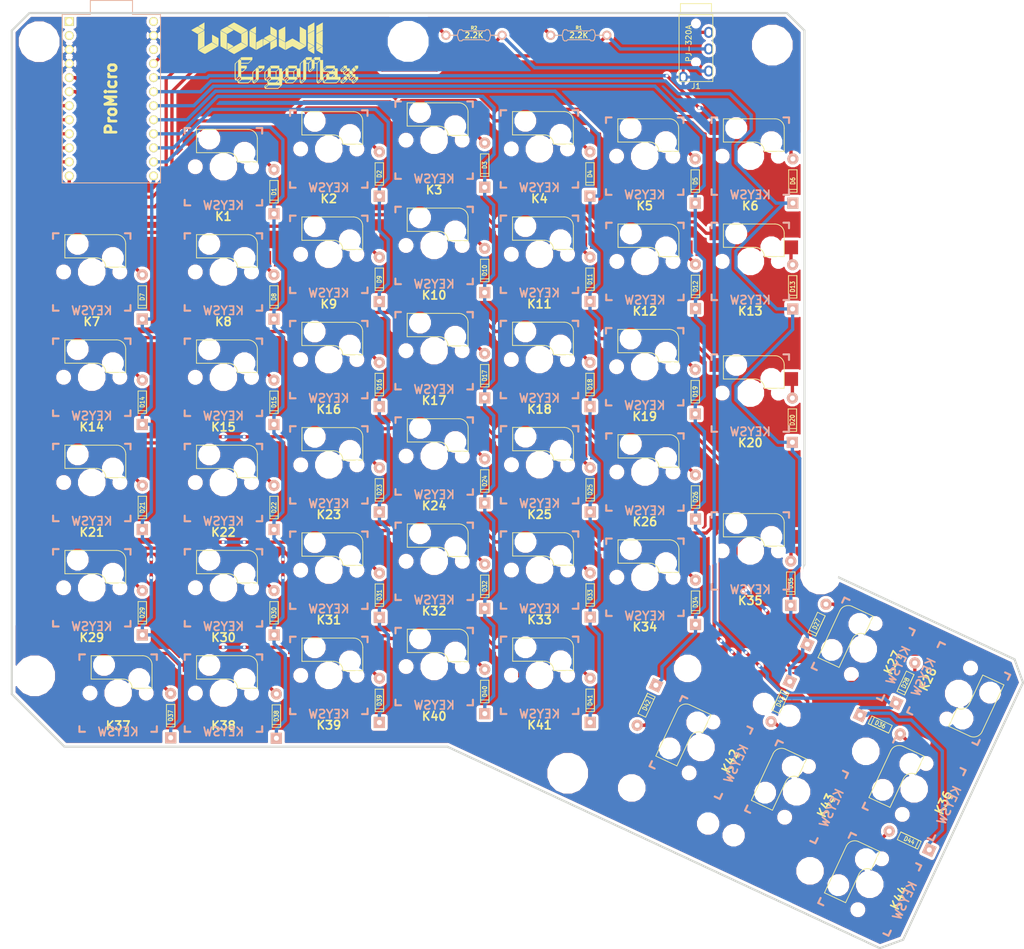
<source format=kicad_pcb>
(kicad_pcb (version 20171130) (host pcbnew "(5.0.1)-3")
  (layers (0 F.Cu signal) (31 B.Cu signal) (34 B.Paste user) (35 F.Paste user) (36 B.SilkS user) (37 F.SilkS user) (38 B.Mask user) (39 F.Mask user) (44 Edge.Cuts user))
  (net 0 "")
  (net 1 "Net-(D1-Pad2)")
  (net 2 /Col1)
  (net 3 "Net-(D2-Pad2)")
  (net 4 /Col2)
  (net 5 /Col3)
  (net 6 "Net-(D3-Pad2)")
  (net 7 "Net-(D4-Pad2)")
  (net 8 /Col4)
  (net 9 "Net-(D5-Pad2)")
  (net 10 /Col5)
  (net 11 /Col6)
  (net 12 "Net-(D6-Pad2)")
  (net 13 /Col0)
  (net 14 "Net-(D7-Pad2)")
  (net 15 "Net-(D8-Pad2)")
  (net 16 "Net-(D9-Pad2)")
  (net 17 "Net-(D10-Pad2)")
  (net 18 "Net-(D11-Pad2)")
  (net 19 "Net-(D12-Pad2)")
  (net 20 "Net-(D13-Pad2)")
  (net 21 "Net-(D14-Pad2)")
  (net 22 "Net-(D15-Pad2)")
  (net 23 "Net-(D16-Pad2)")
  (net 24 "Net-(D17-Pad2)")
  (net 25 "Net-(D18-Pad2)")
  (net 26 "Net-(D19-Pad2)")
  (net 27 "Net-(D20-Pad2)")
  (net 28 "Net-(D21-Pad2)")
  (net 29 "Net-(D22-Pad2)")
  (net 30 "Net-(D23-Pad2)")
  (net 31 "Net-(D24-Pad2)")
  (net 32 "Net-(D25-Pad2)")
  (net 33 "Net-(D26-Pad2)")
  (net 34 "Net-(D27-Pad2)")
  (net 35 /Col7)
  (net 36 "Net-(D28-Pad2)")
  (net 37 "Net-(D29-Pad2)")
  (net 38 "Net-(D30-Pad2)")
  (net 39 "Net-(D31-Pad2)")
  (net 40 "Net-(D32-Pad2)")
  (net 41 "Net-(D33-Pad2)")
  (net 42 "Net-(D34-Pad2)")
  (net 43 "Net-(D35-Pad2)")
  (net 44 "Net-(D36-Pad2)")
  (net 45 "Net-(D37-Pad2)")
  (net 46 "Net-(D38-Pad2)")
  (net 47 "Net-(D39-Pad2)")
  (net 48 "Net-(D40-Pad2)")
  (net 49 "Net-(D41-Pad2)")
  (net 50 "Net-(D42-Pad2)")
  (net 51 "Net-(D43-Pad2)")
  (net 52 "Net-(D44-Pad2)")
  (net 53 /Row0)
  (net 54 /Row1)
  (net 55 /Row2)
  (net 56 /Row3)
  (net 57 /Row4)
  (net 58 /Row5)
  (net 59 VCC)
  (net 60 SDA)
  (net 61 SCL)
  (net 62 "Net-(U1-Pad1)")
  (net 63 "Net-(U1-Pad2)")
  (net 64 GND)
  (net 65 "Net-(U1-Pad22)")
  (net 66 "Net-(U1-Pad24)")
  (module ErgoMax:ErgoMax-logo (layer F.Cu) (at 161.7853 46.70806)
    (fp_text reference Lg2 hide)
    (fp_text value Logo hide)
  )
  (module ErgoMax:LouWii-logo (layer F.Cu) (at 155.10764 40.61206)
    (fp_text reference Lg1 hide)
    (fp_text value Logo hide)
  )
  (module ErgoMax:Kailh_MX_Socket (layer F.Cu) (at 167.66 117.59024)
    (fp_text reference K23 (at 0 9) (layer F.SilkS) (effects (font (size 1.524 1.524) (thickness 0.3048))))
    (fp_text value KEYSW (at 0 7) (layer B.SilkS) (effects (font (size 1.524 1.524) (thickness 0.3048)) (justify mirror)))
    (pad 1 smd rect (at 7.36 -2.54) (size 2.55 2.5) (layers F.Cu F.Paste F.Mask) (net 30 "Net-(D23-Pad2)"))
    (pad "" np_thru_hole circle (at 0 0) (size 3.98018 3.98018) (drill 3.98018) (layers *.Cu *.Mask))
    (pad "" np_thru_hole circle (at -2.54 -5.08) (size 2.95 2.95) (drill 2.95) (layers *.Cu *.Mask))
    (pad "" np_thru_hole circle (at 3.81 -2.54) (size 2.95 2.95) (drill 2.95) (layers *.Cu *.Mask))
    (pad 2 smd rect (at -6.09 -5.08) (size 2.55 2.5) (layers F.Cu F.Paste F.Mask) (net 56 /Row3))
    (pad "" np_thru_hole circle (at -5.08 0) (size 1.7 1.7) (drill 1.7) (layers *.Cu *.Mask))
    (pad "" np_thru_hole circle (at 5.08 0) (size 1.7 1.7) (drill 1.7) (layers *.Cu *.Mask))
  )
  (module ErgoMax:Kailh_MX_Socket (layer F.Cu) (at 148.6016 120.78204)
    (fp_text reference K22 (at 0 9) (layer F.SilkS) (effects (font (size 1.524 1.524) (thickness 0.3048))))
    (fp_text value KEYSW (at 0 7) (layer B.SilkS) (effects (font (size 1.524 1.524) (thickness 0.3048)) (justify mirror)))
    (pad "" np_thru_hole circle (at 5.08 0) (size 1.7 1.7) (drill 1.7) (layers *.Cu *.Mask))
    (pad "" np_thru_hole circle (at -5.08 0) (size 1.7 1.7) (drill 1.7) (layers *.Cu *.Mask))
    (pad 2 smd rect (at -6.09 -5.08) (size 2.55 2.5) (layers F.Cu F.Paste F.Mask) (net 56 /Row3))
    (pad "" np_thru_hole circle (at 3.81 -2.54) (size 2.95 2.95) (drill 2.95) (layers *.Cu *.Mask))
    (pad "" np_thru_hole circle (at -2.54 -5.08) (size 2.95 2.95) (drill 2.95) (layers *.Cu *.Mask))
    (pad "" np_thru_hole circle (at 0 0) (size 3.98018 3.98018) (drill 3.98018) (layers *.Cu *.Mask))
    (pad 1 smd rect (at 7.36 -2.54) (size 2.55 2.5) (layers F.Cu F.Paste F.Mask) (net 29 "Net-(D22-Pad2)"))
  )
  (module ErgoMax:Kailh_MX_Socket (layer F.Cu) (at 124.8054 120.77384)
    (fp_text reference K21 (at 0 9) (layer F.SilkS) (effects (font (size 1.524 1.524) (thickness 0.3048))))
    (fp_text value KEYSW (at 0 7) (layer B.SilkS) (effects (font (size 1.524 1.524) (thickness 0.3048)) (justify mirror)))
    (pad 1 smd rect (at 7.36 -2.54) (size 2.55 2.5) (layers F.Cu F.Paste F.Mask) (net 28 "Net-(D21-Pad2)"))
    (pad "" np_thru_hole circle (at 0 0) (size 3.98018 3.98018) (drill 3.98018) (layers *.Cu *.Mask))
    (pad "" np_thru_hole circle (at -2.54 -5.08) (size 2.95 2.95) (drill 2.95) (layers *.Cu *.Mask))
    (pad "" np_thru_hole circle (at 3.81 -2.54) (size 2.95 2.95) (drill 2.95) (layers *.Cu *.Mask))
    (pad 2 smd rect (at -6.09 -5.08) (size 2.55 2.5) (layers F.Cu F.Paste F.Mask) (net 56 /Row3))
    (pad "" np_thru_hole circle (at -5.08 0) (size 1.7 1.7) (drill 1.7) (layers *.Cu *.Mask))
    (pad "" np_thru_hole circle (at 5.08 0) (size 1.7 1.7) (drill 1.7) (layers *.Cu *.Mask))
  )
  (module ErgoMax:Kailh_MX_Socket (layer F.Cu) (at 243.86 104.59564)
    (fp_text reference K20 (at 0 9) (layer F.SilkS) (effects (font (size 1.524 1.524) (thickness 0.3048))))
    (fp_text value KEYSW (at 0 7) (layer B.SilkS) (effects (font (size 1.524 1.524) (thickness 0.3048)) (justify mirror)))
    (pad "" np_thru_hole circle (at 5.08 0) (size 1.7 1.7) (drill 1.7) (layers *.Cu *.Mask))
    (pad "" np_thru_hole circle (at -5.08 0) (size 1.7 1.7) (drill 1.7) (layers *.Cu *.Mask))
    (pad 2 smd rect (at -6.09 -5.08) (size 2.55 2.5) (layers F.Cu F.Paste F.Mask) (net 55 /Row2))
    (pad "" np_thru_hole circle (at 3.81 -2.54) (size 2.95 2.95) (drill 2.95) (layers *.Cu *.Mask))
    (pad "" np_thru_hole circle (at -2.54 -5.08) (size 2.95 2.95) (drill 2.95) (layers *.Cu *.Mask))
    (pad "" np_thru_hole circle (at 0 0) (size 3.98018 3.98018) (drill 3.98018) (layers *.Cu *.Mask))
    (pad 1 smd rect (at 7.36 -2.54) (size 2.55 2.5) (layers F.Cu F.Paste F.Mask) (net 27 "Net-(D20-Pad2)"))
  )
  (module ErgoMax:Kailh_MX_Socket (layer F.Cu) (at 224.7676 99.83604)
    (fp_text reference K19 (at 0 9) (layer F.SilkS) (effects (font (size 1.524 1.524) (thickness 0.3048))))
    (fp_text value KEYSW (at 0 7) (layer B.SilkS) (effects (font (size 1.524 1.524) (thickness 0.3048)) (justify mirror)))
    (pad 1 smd rect (at 7.36 -2.54) (size 2.55 2.5) (layers F.Cu F.Paste F.Mask) (net 26 "Net-(D19-Pad2)"))
    (pad "" np_thru_hole circle (at 0 0) (size 3.98018 3.98018) (drill 3.98018) (layers *.Cu *.Mask))
    (pad "" np_thru_hole circle (at -2.54 -5.08) (size 2.95 2.95) (drill 2.95) (layers *.Cu *.Mask))
    (pad "" np_thru_hole circle (at 3.81 -2.54) (size 2.95 2.95) (drill 2.95) (layers *.Cu *.Mask))
    (pad 2 smd rect (at -6.09 -5.08) (size 2.55 2.5) (layers F.Cu F.Paste F.Mask) (net 55 /Row2))
    (pad "" np_thru_hole circle (at -5.08 0) (size 1.7 1.7) (drill 1.7) (layers *.Cu *.Mask))
    (pad "" np_thru_hole circle (at 5.08 0) (size 1.7 1.7) (drill 1.7) (layers *.Cu *.Mask))
  )
  (module ErgoMax:Kailh_MX_Socket (layer F.Cu) (at 205.73444 98.52526)
    (fp_text reference K18 (at 0 9) (layer F.SilkS) (effects (font (size 1.524 1.524) (thickness 0.3048))))
    (fp_text value KEYSW (at 0 7) (layer B.SilkS) (effects (font (size 1.524 1.524) (thickness 0.3048)) (justify mirror)))
    (pad "" np_thru_hole circle (at 5.08 0) (size 1.7 1.7) (drill 1.7) (layers *.Cu *.Mask))
    (pad "" np_thru_hole circle (at -5.08 0) (size 1.7 1.7) (drill 1.7) (layers *.Cu *.Mask))
    (pad 2 smd rect (at -6.09 -5.08) (size 2.55 2.5) (layers F.Cu F.Paste F.Mask) (net 55 /Row2))
    (pad "" np_thru_hole circle (at 3.81 -2.54) (size 2.95 2.95) (drill 2.95) (layers *.Cu *.Mask))
    (pad "" np_thru_hole circle (at -2.54 -5.08) (size 2.95 2.95) (drill 2.95) (layers *.Cu *.Mask))
    (pad "" np_thru_hole circle (at 0 0) (size 3.98018 3.98018) (drill 3.98018) (layers *.Cu *.Mask))
    (pad 1 smd rect (at 7.36 -2.54) (size 2.55 2.5) (layers F.Cu F.Paste F.Mask) (net 25 "Net-(D18-Pad2)"))
  )
  (module ErgoMax:Kailh_MX_Socket (layer F.Cu) (at 186.68904 96.93954)
    (fp_text reference K17 (at 0 9) (layer F.SilkS) (effects (font (size 1.524 1.524) (thickness 0.3048))))
    (fp_text value KEYSW (at 0 7) (layer B.SilkS) (effects (font (size 1.524 1.524) (thickness 0.3048)) (justify mirror)))
    (pad 1 smd rect (at 7.36 -2.54) (size 2.55 2.5) (layers F.Cu F.Paste F.Mask) (net 24 "Net-(D17-Pad2)"))
    (pad "" np_thru_hole circle (at 0 0) (size 3.98018 3.98018) (drill 3.98018) (layers *.Cu *.Mask))
    (pad "" np_thru_hole circle (at -2.54 -5.08) (size 2.95 2.95) (drill 2.95) (layers *.Cu *.Mask))
    (pad "" np_thru_hole circle (at 3.81 -2.54) (size 2.95 2.95) (drill 2.95) (layers *.Cu *.Mask))
    (pad 2 smd rect (at -6.09 -5.08) (size 2.55 2.5) (layers F.Cu F.Paste F.Mask) (net 55 /Row2))
    (pad "" np_thru_hole circle (at -5.08 0) (size 1.7 1.7) (drill 1.7) (layers *.Cu *.Mask))
    (pad "" np_thru_hole circle (at 5.08 0) (size 1.7 1.7) (drill 1.7) (layers *.Cu *.Mask))
  )
  (module ErgoMax:Kailh_MX_Socket (layer F.Cu) (at 167.6446 98.54262)
    (fp_text reference K16 (at 0 9) (layer F.SilkS) (effects (font (size 1.524 1.524) (thickness 0.3048))))
    (fp_text value KEYSW (at 0 7) (layer B.SilkS) (effects (font (size 1.524 1.524) (thickness 0.3048)) (justify mirror)))
    (pad "" np_thru_hole circle (at 5.08 0) (size 1.7 1.7) (drill 1.7) (layers *.Cu *.Mask))
    (pad "" np_thru_hole circle (at -5.08 0) (size 1.7 1.7) (drill 1.7) (layers *.Cu *.Mask))
    (pad 2 smd rect (at -6.09 -5.08) (size 2.55 2.5) (layers F.Cu F.Paste F.Mask) (net 55 /Row2))
    (pad "" np_thru_hole circle (at 3.81 -2.54) (size 2.95 2.95) (drill 2.95) (layers *.Cu *.Mask))
    (pad "" np_thru_hole circle (at -2.54 -5.08) (size 2.95 2.95) (drill 2.95) (layers *.Cu *.Mask))
    (pad "" np_thru_hole circle (at 0 0) (size 3.98018 3.98018) (drill 3.98018) (layers *.Cu *.Mask))
    (pad 1 smd rect (at 7.36 -2.54) (size 2.55 2.5) (layers F.Cu F.Paste F.Mask) (net 23 "Net-(D16-Pad2)"))
  )
  (module ErgoMax:Kailh_MX_Socket (layer F.Cu) (at 148.59586 101.74334)
    (fp_text reference K15 (at 0 9) (layer F.SilkS) (effects (font (size 1.524 1.524) (thickness 0.3048))))
    (fp_text value KEYSW (at 0 7) (layer B.SilkS) (effects (font (size 1.524 1.524) (thickness 0.3048)) (justify mirror)))
    (pad 1 smd rect (at 7.36 -2.54) (size 2.55 2.5) (layers F.Cu F.Paste F.Mask) (net 22 "Net-(D15-Pad2)"))
    (pad "" np_thru_hole circle (at 0 0) (size 3.98018 3.98018) (drill 3.98018) (layers *.Cu *.Mask))
    (pad "" np_thru_hole circle (at -2.54 -5.08) (size 2.95 2.95) (drill 2.95) (layers *.Cu *.Mask))
    (pad "" np_thru_hole circle (at 3.81 -2.54) (size 2.95 2.95) (drill 2.95) (layers *.Cu *.Mask))
    (pad 2 smd rect (at -6.09 -5.08) (size 2.55 2.5) (layers F.Cu F.Paste F.Mask) (net 55 /Row2))
    (pad "" np_thru_hole circle (at -5.08 0) (size 1.7 1.7) (drill 1.7) (layers *.Cu *.Mask))
    (pad "" np_thru_hole circle (at 5.08 0) (size 1.7 1.7) (drill 1.7) (layers *.Cu *.Mask))
  )
  (module ErgoMax:Kailh_MX_Socket (layer F.Cu) (at 124.79508 101.73374)
    (fp_text reference K14 (at 0 9) (layer F.SilkS) (effects (font (size 1.524 1.524) (thickness 0.3048))))
    (fp_text value KEYSW (at 0 7) (layer B.SilkS) (effects (font (size 1.524 1.524) (thickness 0.3048)) (justify mirror)))
    (pad "" np_thru_hole circle (at 5.08 0) (size 1.7 1.7) (drill 1.7) (layers *.Cu *.Mask))
    (pad "" np_thru_hole circle (at -5.08 0) (size 1.7 1.7) (drill 1.7) (layers *.Cu *.Mask))
    (pad 2 smd rect (at -6.09 -5.08) (size 2.55 2.5) (layers F.Cu F.Paste F.Mask) (net 55 /Row2))
    (pad "" np_thru_hole circle (at 3.81 -2.54) (size 2.95 2.95) (drill 2.95) (layers *.Cu *.Mask))
    (pad "" np_thru_hole circle (at -2.54 -5.08) (size 2.95 2.95) (drill 2.95) (layers *.Cu *.Mask))
    (pad "" np_thru_hole circle (at 0 0) (size 3.98018 3.98018) (drill 3.98018) (layers *.Cu *.Mask))
    (pad 1 smd rect (at 7.36 -2.54) (size 2.55 2.5) (layers F.Cu F.Paste F.Mask) (net 21 "Net-(D14-Pad2)"))
  )
  (module ErgoMax:Kailh_MX_Socket (layer F.Cu) (at 186.71 115.98724)
    (fp_text reference K24 (at 0 9) (layer F.SilkS) (effects (font (size 1.524 1.524) (thickness 0.3048))))
    (fp_text value KEYSW (at 0 7) (layer B.SilkS) (effects (font (size 1.524 1.524) (thickness 0.3048)) (justify mirror)))
    (pad 1 smd rect (at 7.36 -2.54) (size 2.55 2.5) (layers F.Cu F.Paste F.Mask) (net 31 "Net-(D24-Pad2)"))
    (pad "" np_thru_hole circle (at 0 0) (size 3.98018 3.98018) (drill 3.98018) (layers *.Cu *.Mask))
    (pad "" np_thru_hole circle (at -2.54 -5.08) (size 2.95 2.95) (drill 2.95) (layers *.Cu *.Mask))
    (pad "" np_thru_hole circle (at 3.81 -2.54) (size 2.95 2.95) (drill 2.95) (layers *.Cu *.Mask))
    (pad 2 smd rect (at -6.09 -5.08) (size 2.55 2.5) (layers F.Cu F.Paste F.Mask) (net 56 /Row3))
    (pad "" np_thru_hole circle (at -5.08 0) (size 1.7 1.7) (drill 1.7) (layers *.Cu *.Mask))
    (pad "" np_thru_hole circle (at 5.08 0) (size 1.7 1.7) (drill 1.7) (layers *.Cu *.Mask))
  )
  (module ErgoMax:Kailh_MX_Socket (layer F.Cu) (at 224.81 80.78352)
    (fp_text reference K12 (at 0 9) (layer F.SilkS) (effects (font (size 1.524 1.524) (thickness 0.3048))))
    (fp_text value KEYSW (at 0 7) (layer B.SilkS) (effects (font (size 1.524 1.524) (thickness 0.3048)) (justify mirror)))
    (pad "" np_thru_hole circle (at 5.08 0) (size 1.7 1.7) (drill 1.7) (layers *.Cu *.Mask))
    (pad "" np_thru_hole circle (at -5.08 0) (size 1.7 1.7) (drill 1.7) (layers *.Cu *.Mask))
    (pad 2 smd rect (at -6.09 -5.08) (size 2.55 2.5) (layers F.Cu F.Paste F.Mask) (net 54 /Row1))
    (pad "" np_thru_hole circle (at 3.81 -2.54) (size 2.95 2.95) (drill 2.95) (layers *.Cu *.Mask))
    (pad "" np_thru_hole circle (at -2.54 -5.08) (size 2.95 2.95) (drill 2.95) (layers *.Cu *.Mask))
    (pad "" np_thru_hole circle (at 0 0) (size 3.98018 3.98018) (drill 3.98018) (layers *.Cu *.Mask))
    (pad 1 smd rect (at 7.36 -2.54) (size 2.55 2.5) (layers F.Cu F.Paste F.Mask) (net 19 "Net-(D12-Pad2)"))
  )
  (module ErgoMax:Kailh_MX_Socket (layer F.Cu) (at 205.7346 79.48742)
    (fp_text reference K11 (at 0 9) (layer F.SilkS) (effects (font (size 1.524 1.524) (thickness 0.3048))))
    (fp_text value KEYSW (at 0 7) (layer B.SilkS) (effects (font (size 1.524 1.524) (thickness 0.3048)) (justify mirror)))
    (pad 1 smd rect (at 7.36 -2.54) (size 2.55 2.5) (layers F.Cu F.Paste F.Mask) (net 18 "Net-(D11-Pad2)"))
    (pad "" np_thru_hole circle (at 0 0) (size 3.98018 3.98018) (drill 3.98018) (layers *.Cu *.Mask))
    (pad "" np_thru_hole circle (at -2.54 -5.08) (size 2.95 2.95) (drill 2.95) (layers *.Cu *.Mask))
    (pad "" np_thru_hole circle (at 3.81 -2.54) (size 2.95 2.95) (drill 2.95) (layers *.Cu *.Mask))
    (pad 2 smd rect (at -6.09 -5.08) (size 2.55 2.5) (layers F.Cu F.Paste F.Mask) (net 54 /Row1))
    (pad "" np_thru_hole circle (at -5.08 0) (size 1.7 1.7) (drill 1.7) (layers *.Cu *.Mask))
    (pad "" np_thru_hole circle (at 5.08 0) (size 1.7 1.7) (drill 1.7) (layers *.Cu *.Mask))
  )
  (module ErgoMax:Kailh_MX_Socket (layer F.Cu) (at 186.6927 77.89508)
    (fp_text reference K10 (at 0 9) (layer F.SilkS) (effects (font (size 1.524 1.524) (thickness 0.3048))))
    (fp_text value KEYSW (at 0 7) (layer B.SilkS) (effects (font (size 1.524 1.524) (thickness 0.3048)) (justify mirror)))
    (pad "" np_thru_hole circle (at 5.08 0) (size 1.7 1.7) (drill 1.7) (layers *.Cu *.Mask))
    (pad "" np_thru_hole circle (at -5.08 0) (size 1.7 1.7) (drill 1.7) (layers *.Cu *.Mask))
    (pad 2 smd rect (at -6.09 -5.08) (size 2.55 2.5) (layers F.Cu F.Paste F.Mask) (net 54 /Row1))
    (pad "" np_thru_hole circle (at 3.81 -2.54) (size 2.95 2.95) (drill 2.95) (layers *.Cu *.Mask))
    (pad "" np_thru_hole circle (at -2.54 -5.08) (size 2.95 2.95) (drill 2.95) (layers *.Cu *.Mask))
    (pad "" np_thru_hole circle (at 0 0) (size 3.98018 3.98018) (drill 3.98018) (layers *.Cu *.Mask))
    (pad 1 smd rect (at 7.36 -2.54) (size 2.55 2.5) (layers F.Cu F.Paste F.Mask) (net 17 "Net-(D10-Pad2)"))
  )
  (module ErgoMax:Kailh_MX_Socket (layer F.Cu) (at 167.6471 79.50064)
    (fp_text reference K9 (at 0 9) (layer F.SilkS) (effects (font (size 1.524 1.524) (thickness 0.3048))))
    (fp_text value KEYSW (at 0 7) (layer B.SilkS) (effects (font (size 1.524 1.524) (thickness 0.3048)) (justify mirror)))
    (pad 1 smd rect (at 7.36 -2.54) (size 2.55 2.5) (layers F.Cu F.Paste F.Mask) (net 16 "Net-(D9-Pad2)"))
    (pad "" np_thru_hole circle (at 0 0) (size 3.98018 3.98018) (drill 3.98018) (layers *.Cu *.Mask))
    (pad "" np_thru_hole circle (at -2.54 -5.08) (size 2.95 2.95) (drill 2.95) (layers *.Cu *.Mask))
    (pad "" np_thru_hole circle (at 3.81 -2.54) (size 2.95 2.95) (drill 2.95) (layers *.Cu *.Mask))
    (pad 2 smd rect (at -6.09 -5.08) (size 2.55 2.5) (layers F.Cu F.Paste F.Mask) (net 54 /Row1))
    (pad "" np_thru_hole circle (at -5.08 0) (size 1.7 1.7) (drill 1.7) (layers *.Cu *.Mask))
    (pad "" np_thru_hole circle (at 5.08 0) (size 1.7 1.7) (drill 1.7) (layers *.Cu *.Mask))
  )
  (module ErgoMax:Kailh_MX_Socket (layer F.Cu) (at 148.5971 82.69064)
    (fp_text reference K8 (at 0 9) (layer F.SilkS) (effects (font (size 1.524 1.524) (thickness 0.3048))))
    (fp_text value KEYSW (at 0 7) (layer B.SilkS) (effects (font (size 1.524 1.524) (thickness 0.3048)) (justify mirror)))
    (pad "" np_thru_hole circle (at 5.08 0) (size 1.7 1.7) (drill 1.7) (layers *.Cu *.Mask))
    (pad "" np_thru_hole circle (at -5.08 0) (size 1.7 1.7) (drill 1.7) (layers *.Cu *.Mask))
    (pad 2 smd rect (at -6.09 -5.08) (size 2.55 2.5) (layers F.Cu F.Paste F.Mask) (net 54 /Row1))
    (pad "" np_thru_hole circle (at 3.81 -2.54) (size 2.95 2.95) (drill 2.95) (layers *.Cu *.Mask))
    (pad "" np_thru_hole circle (at -2.54 -5.08) (size 2.95 2.95) (drill 2.95) (layers *.Cu *.Mask))
    (pad "" np_thru_hole circle (at 0 0) (size 3.98018 3.98018) (drill 3.98018) (layers *.Cu *.Mask))
    (pad 1 smd rect (at 7.36 -2.54) (size 2.55 2.5) (layers F.Cu F.Paste F.Mask) (net 15 "Net-(D8-Pad2)"))
  )
  (module ErgoMax:Kailh_MX_Socket (layer F.Cu) (at 124.79168 82.69064)
    (fp_text reference K7 (at 0 9) (layer F.SilkS) (effects (font (size 1.524 1.524) (thickness 0.3048))))
    (fp_text value KEYSW (at 0 7) (layer B.SilkS) (effects (font (size 1.524 1.524) (thickness 0.3048)) (justify mirror)))
    (pad 1 smd rect (at 7.36 -2.54) (size 2.55 2.5) (layers F.Cu F.Paste F.Mask) (net 14 "Net-(D7-Pad2)"))
    (pad "" np_thru_hole circle (at 0 0) (size 3.98018 3.98018) (drill 3.98018) (layers *.Cu *.Mask))
    (pad "" np_thru_hole circle (at -2.54 -5.08) (size 2.95 2.95) (drill 2.95) (layers *.Cu *.Mask))
    (pad "" np_thru_hole circle (at 3.81 -2.54) (size 2.95 2.95) (drill 2.95) (layers *.Cu *.Mask))
    (pad 2 smd rect (at -6.09 -5.08) (size 2.55 2.5) (layers F.Cu F.Paste F.Mask) (net 54 /Row1))
    (pad "" np_thru_hole circle (at -5.08 0) (size 1.7 1.7) (drill 1.7) (layers *.Cu *.Mask))
    (pad "" np_thru_hole circle (at 5.08 0) (size 1.7 1.7) (drill 1.7) (layers *.Cu *.Mask))
  )
  (module ErgoMax:Kailh_MX_Socket (layer F.Cu) (at 243.86 61.73564)
    (fp_text reference K6 (at 0 9) (layer F.SilkS) (effects (font (size 1.524 1.524) (thickness 0.3048))))
    (fp_text value KEYSW (at 0 7) (layer B.SilkS) (effects (font (size 1.524 1.524) (thickness 0.3048)) (justify mirror)))
    (pad "" np_thru_hole circle (at 5.08 0) (size 1.7 1.7) (drill 1.7) (layers *.Cu *.Mask))
    (pad "" np_thru_hole circle (at -5.08 0) (size 1.7 1.7) (drill 1.7) (layers *.Cu *.Mask))
    (pad 2 smd rect (at -6.09 -5.08) (size 2.55 2.5) (layers F.Cu F.Paste F.Mask) (net 53 /Row0))
    (pad "" np_thru_hole circle (at 3.81 -2.54) (size 2.95 2.95) (drill 2.95) (layers *.Cu *.Mask))
    (pad "" np_thru_hole circle (at -2.54 -5.08) (size 2.95 2.95) (drill 2.95) (layers *.Cu *.Mask))
    (pad "" np_thru_hole circle (at 0 0) (size 3.98018 3.98018) (drill 3.98018) (layers *.Cu *.Mask))
    (pad 1 smd rect (at 7.36 -2.54) (size 2.55 2.5) (layers F.Cu F.Paste F.Mask) (net 12 "Net-(D6-Pad2)"))
  )
  (module ErgoMax:Kailh_MX_Socket (layer F.Cu) (at 224.767751 61.73364)
    (fp_text reference K5 (at 0 9) (layer F.SilkS) (effects (font (size 1.524 1.524) (thickness 0.3048))))
    (fp_text value KEYSW (at 0 7) (layer B.SilkS) (effects (font (size 1.524 1.524) (thickness 0.3048)) (justify mirror)))
    (pad 1 smd rect (at 7.36 -2.54) (size 2.55 2.5) (layers F.Cu F.Paste F.Mask) (net 9 "Net-(D5-Pad2)"))
    (pad "" np_thru_hole circle (at 0 0) (size 3.98018 3.98018) (drill 3.98018) (layers *.Cu *.Mask))
    (pad "" np_thru_hole circle (at -2.54 -5.08) (size 2.95 2.95) (drill 2.95) (layers *.Cu *.Mask))
    (pad "" np_thru_hole circle (at 3.81 -2.54) (size 2.95 2.95) (drill 2.95) (layers *.Cu *.Mask))
    (pad 2 smd rect (at -6.09 -5.08) (size 2.55 2.5) (layers F.Cu F.Paste F.Mask) (net 53 /Row0))
    (pad "" np_thru_hole circle (at -5.08 0) (size 1.7 1.7) (drill 1.7) (layers *.Cu *.Mask))
    (pad "" np_thru_hole circle (at 5.08 0) (size 1.7 1.7) (drill 1.7) (layers *.Cu *.Mask))
  )
  (module ErgoMax:Kailh_MX_Socket (layer F.Cu) (at 205.73 60.43364)
    (fp_text reference K4 (at 0 9) (layer F.SilkS) (effects (font (size 1.524 1.524) (thickness 0.3048))))
    (fp_text value KEYSW (at 0 7) (layer B.SilkS) (effects (font (size 1.524 1.524) (thickness 0.3048)) (justify mirror)))
    (pad "" np_thru_hole circle (at 5.08 0) (size 1.7 1.7) (drill 1.7) (layers *.Cu *.Mask))
    (pad "" np_thru_hole circle (at -5.08 0) (size 1.7 1.7) (drill 1.7) (layers *.Cu *.Mask))
    (pad 2 smd rect (at -6.09 -5.08) (size 2.55 2.5) (layers F.Cu F.Paste F.Mask) (net 53 /Row0))
    (pad "" np_thru_hole circle (at 3.81 -2.54) (size 2.95 2.95) (drill 2.95) (layers *.Cu *.Mask))
    (pad "" np_thru_hole circle (at -2.54 -5.08) (size 2.95 2.95) (drill 2.95) (layers *.Cu *.Mask))
    (pad "" np_thru_hole circle (at 0 0) (size 3.98018 3.98018) (drill 3.98018) (layers *.Cu *.Mask))
    (pad 1 smd rect (at 7.36 -2.54) (size 2.55 2.5) (layers F.Cu F.Paste F.Mask) (net 7 "Net-(D4-Pad2)"))
  )
  (module ErgoMax:Kailh_MX_Socket (layer F.Cu) (at 186.69 58.84964)
    (fp_text reference K3 (at 0 9) (layer F.SilkS) (effects (font (size 1.524 1.524) (thickness 0.3048))))
    (fp_text value KEYSW (at 0 7) (layer B.SilkS) (effects (font (size 1.524 1.524) (thickness 0.3048)) (justify mirror)))
    (pad 1 smd rect (at 7.36 -2.54) (size 2.55 2.5) (layers F.Cu F.Paste F.Mask) (net 6 "Net-(D3-Pad2)"))
    (pad "" np_thru_hole circle (at 0 0) (size 3.98018 3.98018) (drill 3.98018) (layers *.Cu *.Mask))
    (pad "" np_thru_hole circle (at -2.54 -5.08) (size 2.95 2.95) (drill 2.95) (layers *.Cu *.Mask))
    (pad "" np_thru_hole circle (at 3.81 -2.54) (size 2.95 2.95) (drill 2.95) (layers *.Cu *.Mask))
    (pad 2 smd rect (at -6.09 -5.08) (size 2.55 2.5) (layers F.Cu F.Paste F.Mask) (net 53 /Row0))
    (pad "" np_thru_hole circle (at -5.08 0) (size 1.7 1.7) (drill 1.7) (layers *.Cu *.Mask))
    (pad "" np_thru_hole circle (at 5.08 0) (size 1.7 1.7) (drill 1.7) (layers *.Cu *.Mask))
  )
  (module ErgoMax:Kailh_MX_Socket (layer F.Cu) (at 148.6 63.65364)
    (fp_text reference K1 (at 0 9) (layer F.SilkS) (effects (font (size 1.524 1.524) (thickness 0.3048))))
    (fp_text value KEYSW (at 0 7) (layer B.SilkS) (effects (font (size 1.524 1.524) (thickness 0.3048)) (justify mirror)))
    (pad "" np_thru_hole circle (at 5.08 0) (size 1.7 1.7) (drill 1.7) (layers *.Cu *.Mask))
    (pad "" np_thru_hole circle (at -5.08 0) (size 1.7 1.7) (drill 1.7) (layers *.Cu *.Mask))
    (pad 2 smd rect (at -6.09 -5.08) (size 2.55 2.5) (layers F.Cu F.Paste F.Mask) (net 53 /Row0))
    (pad "" np_thru_hole circle (at 3.81 -2.54) (size 2.95 2.95) (drill 2.95) (layers *.Cu *.Mask))
    (pad "" np_thru_hole circle (at -2.54 -5.08) (size 2.95 2.95) (drill 2.95) (layers *.Cu *.Mask))
    (pad "" np_thru_hole circle (at 0 0) (size 3.98018 3.98018) (drill 3.98018) (layers *.Cu *.Mask))
    (pad 1 smd rect (at 7.36 -2.54) (size 2.55 2.5) (layers F.Cu F.Paste F.Mask) (net 1 "Net-(D1-Pad2)"))
  )
  (module ErgoMax:Kailh_MX_Socket (layer F.Cu) (at 243.86 80.77594)
    (fp_text reference K13 (at 0 9) (layer F.SilkS) (effects (font (size 1.524 1.524) (thickness 0.3048))))
    (fp_text value KEYSW (at 0 7) (layer B.SilkS) (effects (font (size 1.524 1.524) (thickness 0.3048)) (justify mirror)))
    (pad 1 smd rect (at 7.36 -2.54) (size 2.55 2.5) (layers F.Cu F.Paste F.Mask) (net 20 "Net-(D13-Pad2)"))
    (pad "" np_thru_hole circle (at 0 0) (size 3.98018 3.98018) (drill 3.98018) (layers *.Cu *.Mask))
    (pad "" np_thru_hole circle (at -2.54 -5.08) (size 2.95 2.95) (drill 2.95) (layers *.Cu *.Mask))
    (pad "" np_thru_hole circle (at 3.81 -2.54) (size 2.95 2.95) (drill 2.95) (layers *.Cu *.Mask))
    (pad 2 smd rect (at -6.09 -5.08) (size 2.55 2.5) (layers F.Cu F.Paste F.Mask) (net 54 /Row1))
    (pad "" np_thru_hole circle (at -5.08 0) (size 1.7 1.7) (drill 1.7) (layers *.Cu *.Mask))
    (pad "" np_thru_hole circle (at 5.08 0) (size 1.7 1.7) (drill 1.7) (layers *.Cu *.Mask))
  )
  (module ErgoMax:Kailh_MX_Socket (layer F.Cu) (at 265.450951 193.451188 65)
    (fp_text reference K44 (at 0 5.878079 65) (layer F.SilkS) (effects (font (size 1.524 1.524) (thickness 0.3048))))
    (fp_text value KEYSW (at 0 7 65) (layer B.SilkS) (effects (font (size 1.524 1.524) (thickness 0.3048)) (justify mirror)))
    (pad "" np_thru_hole circle (at 5.08 0 65) (size 1.7 1.7) (drill 1.7) (layers *.Cu *.Mask))
    (pad "" np_thru_hole circle (at -5.08 0 65) (size 1.7 1.7) (drill 1.7) (layers *.Cu *.Mask))
    (pad 2 smd rect (at -6.09 -5.08 65) (size 2.55 2.5) (layers F.Cu F.Paste F.Mask) (net 58 /Row5))
    (pad "" np_thru_hole circle (at 3.81 -2.54 65) (size 2.95 2.95) (drill 2.95) (layers *.Cu *.Mask))
    (pad "" np_thru_hole circle (at -2.54 -5.08 65) (size 2.95 2.95) (drill 2.95) (layers *.Cu *.Mask))
    (pad "" np_thru_hole circle (at 0 0 65) (size 3.98018 3.98018) (drill 3.98018) (layers *.Cu *.Mask))
    (pad 1 smd rect (at 7.36 -2.54 65) (size 2.55 2.5) (layers F.Cu F.Paste F.Mask) (net 52 "Net-(D44-Pad2)"))
  )
  (module ErgoMax:Kailh_MX_Socket (layer F.Cu) (at 252.22308 176.726588 65)
    (fp_text reference K43 (at 0 5.878079 65) (layer F.SilkS) (effects (font (size 1.524 1.524) (thickness 0.3048))))
    (fp_text value KEYSW (at 0 7 65) (layer B.SilkS) (effects (font (size 1.524 1.524) (thickness 0.3048)) (justify mirror)))
    (pad 1 smd rect (at 7.36 -2.54 65) (size 2.55 2.5) (layers F.Cu F.Paste F.Mask) (net 51 "Net-(D43-Pad2)"))
    (pad "" np_thru_hole circle (at 0 0 65) (size 3.98018 3.98018) (drill 3.98018) (layers *.Cu *.Mask))
    (pad "" np_thru_hole circle (at -2.54 -5.08 65) (size 2.95 2.95) (drill 2.95) (layers *.Cu *.Mask))
    (pad "" np_thru_hole circle (at 3.81 -2.54 65) (size 2.95 2.95) (drill 2.95) (layers *.Cu *.Mask))
    (pad 2 smd rect (at -6.09 -5.08 65) (size 2.55 2.5) (layers F.Cu F.Paste F.Mask) (net 58 /Row5))
    (pad "" np_thru_hole circle (at -5.08 0 65) (size 1.7 1.7) (drill 1.7) (layers *.Cu *.Mask))
    (pad "" np_thru_hole circle (at 5.08 0 65) (size 1.7 1.7) (drill 1.7) (layers *.Cu *.Mask))
  )
  (module ErgoMax:Kailh_MX_Socket (layer F.Cu) (at 234.952436 168.708408 65)
    (fp_text reference K42 (at 0 5.878079 65) (layer F.SilkS) (effects (font (size 1.524 1.524) (thickness 0.3048))))
    (fp_text value KEYSW (at 0 7 65) (layer B.SilkS) (effects (font (size 1.524 1.524) (thickness 0.3048)) (justify mirror)))
    (pad "" np_thru_hole circle (at 5.08 0 65) (size 1.7 1.7) (drill 1.7) (layers *.Cu *.Mask))
    (pad "" np_thru_hole circle (at -5.08 0 65) (size 1.7 1.7) (drill 1.7) (layers *.Cu *.Mask))
    (pad 2 smd rect (at -6.09 -5.08 65) (size 2.55 2.5) (layers F.Cu F.Paste F.Mask) (net 58 /Row5))
    (pad "" np_thru_hole circle (at 3.81 -2.54 65) (size 2.95 2.95) (drill 2.95) (layers *.Cu *.Mask))
    (pad "" np_thru_hole circle (at -2.54 -5.08 65) (size 2.95 2.95) (drill 2.95) (layers *.Cu *.Mask))
    (pad "" np_thru_hole circle (at 0 0 65) (size 3.98018 3.98018) (drill 3.98018) (layers *.Cu *.Mask))
    (pad 1 smd rect (at 7.36 -2.54 65) (size 2.55 2.5) (layers F.Cu F.Paste F.Mask) (net 50 "Net-(D42-Pad2)"))
  )
  (module ErgoMax:Kailh_MX_Socket (layer F.Cu) (at 205.76 155.65)
    (fp_text reference K41 (at 0 9) (layer F.SilkS) (effects (font (size 1.524 1.524) (thickness 0.3048))))
    (fp_text value KEYSW (at 0 7) (layer B.SilkS) (effects (font (size 1.524 1.524) (thickness 0.3048)) (justify mirror)))
    (pad 1 smd rect (at 7.36 -2.54) (size 2.55 2.5) (layers F.Cu F.Paste F.Mask) (net 49 "Net-(D41-Pad2)"))
    (pad "" np_thru_hole circle (at 0 0) (size 3.98018 3.98018) (drill 3.98018) (layers *.Cu *.Mask))
    (pad "" np_thru_hole circle (at -2.54 -5.08) (size 2.95 2.95) (drill 2.95) (layers *.Cu *.Mask))
    (pad "" np_thru_hole circle (at 3.81 -2.54) (size 2.95 2.95) (drill 2.95) (layers *.Cu *.Mask))
    (pad 2 smd rect (at -6.09 -5.08) (size 2.55 2.5) (layers F.Cu F.Paste F.Mask) (net 58 /Row5))
    (pad "" np_thru_hole circle (at -5.08 0) (size 1.7 1.7) (drill 1.7) (layers *.Cu *.Mask))
    (pad "" np_thru_hole circle (at 5.08 0) (size 1.7 1.7) (drill 1.7) (layers *.Cu *.Mask))
  )
  (module ErgoMax:Kailh_MX_Socket (layer F.Cu) (at 186.71 154.07)
    (fp_text reference K40 (at 0 9) (layer F.SilkS) (effects (font (size 1.524 1.524) (thickness 0.3048))))
    (fp_text value KEYSW (at 0 7) (layer B.SilkS) (effects (font (size 1.524 1.524) (thickness 0.3048)) (justify mirror)))
    (pad "" np_thru_hole circle (at 5.08 0) (size 1.7 1.7) (drill 1.7) (layers *.Cu *.Mask))
    (pad "" np_thru_hole circle (at -5.08 0) (size 1.7 1.7) (drill 1.7) (layers *.Cu *.Mask))
    (pad 2 smd rect (at -6.09 -5.08) (size 2.55 2.5) (layers F.Cu F.Paste F.Mask) (net 58 /Row5))
    (pad "" np_thru_hole circle (at 3.81 -2.54) (size 2.95 2.95) (drill 2.95) (layers *.Cu *.Mask))
    (pad "" np_thru_hole circle (at -2.54 -5.08) (size 2.95 2.95) (drill 2.95) (layers *.Cu *.Mask))
    (pad "" np_thru_hole circle (at 0 0) (size 3.98018 3.98018) (drill 3.98018) (layers *.Cu *.Mask))
    (pad 1 smd rect (at 7.36 -2.54) (size 2.55 2.5) (layers F.Cu F.Paste F.Mask) (net 48 "Net-(D40-Pad2)"))
  )
  (module ErgoMax:Kailh_MX_Socket (layer F.Cu) (at 167.66 155.67)
    (fp_text reference K39 (at 0 9) (layer F.SilkS) (effects (font (size 1.524 1.524) (thickness 0.3048))))
    (fp_text value KEYSW (at 0 7) (layer B.SilkS) (effects (font (size 1.524 1.524) (thickness 0.3048)) (justify mirror)))
    (pad 1 smd rect (at 7.36 -2.54) (size 2.55 2.5) (layers F.Cu F.Paste F.Mask) (net 47 "Net-(D39-Pad2)"))
    (pad "" np_thru_hole circle (at 0 0) (size 3.98018 3.98018) (drill 3.98018) (layers *.Cu *.Mask))
    (pad "" np_thru_hole circle (at -2.54 -5.08) (size 2.95 2.95) (drill 2.95) (layers *.Cu *.Mask))
    (pad "" np_thru_hole circle (at 3.81 -2.54) (size 2.95 2.95) (drill 2.95) (layers *.Cu *.Mask))
    (pad 2 smd rect (at -6.09 -5.08) (size 2.55 2.5) (layers F.Cu F.Paste F.Mask) (net 58 /Row5))
    (pad "" np_thru_hole circle (at -5.08 0) (size 1.7 1.7) (drill 1.7) (layers *.Cu *.Mask))
    (pad "" np_thru_hole circle (at 5.08 0) (size 1.7 1.7) (drill 1.7) (layers *.Cu *.Mask))
  )
  (module ErgoMax:Kailh_MX_Socket (layer F.Cu) (at 148.61 158.87)
    (fp_text reference K38 (at 0 5.87808) (layer F.SilkS) (effects (font (size 1.524 1.524) (thickness 0.3048))))
    (fp_text value KEYSW (at 0 7) (layer B.SilkS) (effects (font (size 1.524 1.524) (thickness 0.3048)) (justify mirror)))
    (pad "" np_thru_hole circle (at 5.08 0) (size 1.7 1.7) (drill 1.7) (layers *.Cu *.Mask))
    (pad "" np_thru_hole circle (at -5.08 0) (size 1.7 1.7) (drill 1.7) (layers *.Cu *.Mask))
    (pad 2 smd rect (at -6.09 -5.08) (size 2.55 2.5) (layers F.Cu F.Paste F.Mask) (net 58 /Row5))
    (pad "" np_thru_hole circle (at 3.81 -2.54) (size 2.95 2.95) (drill 2.95) (layers *.Cu *.Mask))
    (pad "" np_thru_hole circle (at -2.54 -5.08) (size 2.95 2.95) (drill 2.95) (layers *.Cu *.Mask))
    (pad "" np_thru_hole circle (at 0 0) (size 3.98018 3.98018) (drill 3.98018) (layers *.Cu *.Mask))
    (pad 1 smd rect (at 7.36 -2.54) (size 2.55 2.5) (layers F.Cu F.Paste F.Mask) (net 46 "Net-(D38-Pad2)"))
  )
  (module ErgoMax:Kailh_MX_Socket (layer F.Cu) (at 129.56 158.87)
    (fp_text reference K37 (at 0 5.87808) (layer F.SilkS) (effects (font (size 1.524 1.524) (thickness 0.3048))))
    (fp_text value KEYSW (at 0 7) (layer B.SilkS) (effects (font (size 1.524 1.524) (thickness 0.3048)) (justify mirror)))
    (pad 1 smd rect (at 7.36 -2.54) (size 2.55 2.5) (layers F.Cu F.Paste F.Mask) (net 45 "Net-(D37-Pad2)"))
    (pad "" np_thru_hole circle (at 0 0) (size 3.98018 3.98018) (drill 3.98018) (layers *.Cu *.Mask))
    (pad "" np_thru_hole circle (at -2.54 -5.08) (size 2.95 2.95) (drill 2.95) (layers *.Cu *.Mask))
    (pad "" np_thru_hole circle (at 3.81 -2.54) (size 2.95 2.95) (drill 2.95) (layers *.Cu *.Mask))
    (pad 2 smd rect (at -6.09 -5.08) (size 2.55 2.5) (layers F.Cu F.Paste F.Mask) (net 58 /Row5))
    (pad "" np_thru_hole circle (at -5.08 0) (size 1.7 1.7) (drill 1.7) (layers *.Cu *.Mask))
    (pad "" np_thru_hole circle (at 5.08 0) (size 1.7 1.7) (drill 1.7) (layers *.Cu *.Mask))
  )
  (module ErgoMax:Kailh_MX_Socket (layer F.Cu) (at 273.483805 176.211556 65)
    (fp_text reference K36 (at 0 5.878079 65) (layer F.SilkS) (effects (font (size 1.524 1.524) (thickness 0.3048))))
    (fp_text value KEYSW (at 0 7 65) (layer B.SilkS) (effects (font (size 1.524 1.524) (thickness 0.3048)) (justify mirror)))
    (pad "" np_thru_hole circle (at 5.08 0 65) (size 1.7 1.7) (drill 1.7) (layers *.Cu *.Mask))
    (pad "" np_thru_hole circle (at -5.08 0 65) (size 1.7 1.7) (drill 1.7) (layers *.Cu *.Mask))
    (pad 2 smd rect (at -6.09 -5.08 65) (size 2.55 2.5) (layers F.Cu F.Paste F.Mask) (net 57 /Row4))
    (pad "" np_thru_hole circle (at 3.81 -2.54 65) (size 2.95 2.95) (drill 2.95) (layers *.Cu *.Mask))
    (pad "" np_thru_hole circle (at -2.54 -5.08 65) (size 2.95 2.95) (drill 2.95) (layers *.Cu *.Mask))
    (pad "" np_thru_hole circle (at 0 0 65) (size 3.98018 3.98018) (drill 3.98018) (layers *.Cu *.Mask))
    (pad 1 smd rect (at 7.36 -2.54 65) (size 2.55 2.5) (layers F.Cu F.Paste F.Mask) (net 44 "Net-(D36-Pad2)"))
  )
  (module ErgoMax:Kailh_MX_Socket (layer F.Cu) (at 167.65 60.44704)
    (fp_text reference K2 (at 0 9) (layer F.SilkS) (effects (font (size 1.524 1.524) (thickness 0.3048))))
    (fp_text value KEYSW (at 0 7) (layer B.SilkS) (effects (font (size 1.524 1.524) (thickness 0.3048)) (justify mirror)))
    (pad 1 smd rect (at 7.36 -2.54) (size 2.55 2.5) (layers F.Cu F.Paste F.Mask) (net 3 "Net-(D2-Pad2)"))
    (pad "" np_thru_hole circle (at 0 0) (size 3.98018 3.98018) (drill 3.98018) (layers *.Cu *.Mask))
    (pad "" np_thru_hole circle (at -2.54 -5.08) (size 2.95 2.95) (drill 2.95) (layers *.Cu *.Mask))
    (pad "" np_thru_hole circle (at 3.81 -2.54) (size 2.95 2.95) (drill 2.95) (layers *.Cu *.Mask))
    (pad 2 smd rect (at -6.09 -5.08) (size 2.55 2.5) (layers F.Cu F.Paste F.Mask) (net 53 /Row0))
    (pad "" np_thru_hole circle (at -5.08 0) (size 1.7 1.7) (drill 1.7) (layers *.Cu *.Mask))
    (pad "" np_thru_hole circle (at 5.08 0) (size 1.7 1.7) (drill 1.7) (layers *.Cu *.Mask))
  )
  (module ErgoMax:Kailh_MX_Socket (layer F.Cu) (at 224.81 137.91)
    (fp_text reference K34 (at 0 9) (layer F.SilkS) (effects (font (size 1.524 1.524) (thickness 0.3048))))
    (fp_text value KEYSW (at 0 7) (layer B.SilkS) (effects (font (size 1.524 1.524) (thickness 0.3048)) (justify mirror)))
    (pad "" np_thru_hole circle (at 5.08 0) (size 1.7 1.7) (drill 1.7) (layers *.Cu *.Mask))
    (pad "" np_thru_hole circle (at -5.08 0) (size 1.7 1.7) (drill 1.7) (layers *.Cu *.Mask))
    (pad 2 smd rect (at -6.09 -5.08) (size 2.55 2.5) (layers F.Cu F.Paste F.Mask) (net 57 /Row4))
    (pad "" np_thru_hole circle (at 3.81 -2.54) (size 2.95 2.95) (drill 2.95) (layers *.Cu *.Mask))
    (pad "" np_thru_hole circle (at -2.54 -5.08) (size 2.95 2.95) (drill 2.95) (layers *.Cu *.Mask))
    (pad "" np_thru_hole circle (at 0 0) (size 3.98018 3.98018) (drill 3.98018) (layers *.Cu *.Mask))
    (pad 1 smd rect (at 7.36 -2.54) (size 2.55 2.5) (layers F.Cu F.Paste F.Mask) (net 42 "Net-(D34-Pad2)"))
  )
  (module ErgoMax:Kailh_MX_Socket (layer F.Cu) (at 205.76 136.61)
    (fp_text reference K33 (at 0 9) (layer F.SilkS) (effects (font (size 1.524 1.524) (thickness 0.3048))))
    (fp_text value KEYSW (at 0 7) (layer B.SilkS) (effects (font (size 1.524 1.524) (thickness 0.3048)) (justify mirror)))
    (pad 1 smd rect (at 7.36 -2.54) (size 2.55 2.5) (layers F.Cu F.Paste F.Mask) (net 41 "Net-(D33-Pad2)"))
    (pad "" np_thru_hole circle (at 0 0) (size 3.98018 3.98018) (drill 3.98018) (layers *.Cu *.Mask))
    (pad "" np_thru_hole circle (at -2.54 -5.08) (size 2.95 2.95) (drill 2.95) (layers *.Cu *.Mask))
    (pad "" np_thru_hole circle (at 3.81 -2.54) (size 2.95 2.95) (drill 2.95) (layers *.Cu *.Mask))
    (pad 2 smd rect (at -6.09 -5.08) (size 2.55 2.5) (layers F.Cu F.Paste F.Mask) (net 57 /Row4))
    (pad "" np_thru_hole circle (at -5.08 0) (size 1.7 1.7) (drill 1.7) (layers *.Cu *.Mask))
    (pad "" np_thru_hole circle (at 5.08 0) (size 1.7 1.7) (drill 1.7) (layers *.Cu *.Mask))
  )
  (module ErgoMax:Kailh_MX_Socket (layer F.Cu) (at 186.71 135.03)
    (fp_text reference K32 (at 0 9) (layer F.SilkS) (effects (font (size 1.524 1.524) (thickness 0.3048))))
    (fp_text value KEYSW (at 0 7) (layer B.SilkS) (effects (font (size 1.524 1.524) (thickness 0.3048)) (justify mirror)))
    (pad "" np_thru_hole circle (at 5.08 0) (size 1.7 1.7) (drill 1.7) (layers *.Cu *.Mask))
    (pad "" np_thru_hole circle (at -5.08 0) (size 1.7 1.7) (drill 1.7) (layers *.Cu *.Mask))
    (pad 2 smd rect (at -6.09 -5.08) (size 2.55 2.5) (layers F.Cu F.Paste F.Mask) (net 57 /Row4))
    (pad "" np_thru_hole circle (at 3.81 -2.54) (size 2.95 2.95) (drill 2.95) (layers *.Cu *.Mask))
    (pad "" np_thru_hole circle (at -2.54 -5.08) (size 2.95 2.95) (drill 2.95) (layers *.Cu *.Mask))
    (pad "" np_thru_hole circle (at 0 0) (size 3.98018 3.98018) (drill 3.98018) (layers *.Cu *.Mask))
    (pad 1 smd rect (at 7.36 -2.54) (size 2.55 2.5) (layers F.Cu F.Paste F.Mask) (net 40 "Net-(D32-Pad2)"))
  )
  (module ErgoMax:Kailh_MX_Socket (layer F.Cu) (at 167.66 136.64)
    (fp_text reference K31 (at 0 9) (layer F.SilkS) (effects (font (size 1.524 1.524) (thickness 0.3048))))
    (fp_text value KEYSW (at 0 7) (layer B.SilkS) (effects (font (size 1.524 1.524) (thickness 0.3048)) (justify mirror)))
    (pad 1 smd rect (at 7.36 -2.54) (size 2.55 2.5) (layers F.Cu F.Paste F.Mask) (net 39 "Net-(D31-Pad2)"))
    (pad "" np_thru_hole circle (at 0 0) (size 3.98018 3.98018) (drill 3.98018) (layers *.Cu *.Mask))
    (pad "" np_thru_hole circle (at -2.54 -5.08) (size 2.95 2.95) (drill 2.95) (layers *.Cu *.Mask))
    (pad "" np_thru_hole circle (at 3.81 -2.54) (size 2.95 2.95) (drill 2.95) (layers *.Cu *.Mask))
    (pad 2 smd rect (at -6.09 -5.08) (size 2.55 2.5) (layers F.Cu F.Paste F.Mask) (net 57 /Row4))
    (pad "" np_thru_hole circle (at -5.08 0) (size 1.7 1.7) (drill 1.7) (layers *.Cu *.Mask))
    (pad "" np_thru_hole circle (at 5.08 0) (size 1.7 1.7) (drill 1.7) (layers *.Cu *.Mask))
  )
  (module ErgoMax:Kailh_MX_Socket (layer F.Cu) (at 148.61 139.82)
    (fp_text reference K30 (at 0 9) (layer F.SilkS) (effects (font (size 1.524 1.524) (thickness 0.3048))))
    (fp_text value KEYSW (at 0 7) (layer B.SilkS) (effects (font (size 1.524 1.524) (thickness 0.3048)) (justify mirror)))
    (pad "" np_thru_hole circle (at 5.08 0) (size 1.7 1.7) (drill 1.7) (layers *.Cu *.Mask))
    (pad "" np_thru_hole circle (at -5.08 0) (size 1.7 1.7) (drill 1.7) (layers *.Cu *.Mask))
    (pad 2 smd rect (at -6.09 -5.08) (size 2.55 2.5) (layers F.Cu F.Paste F.Mask) (net 57 /Row4))
    (pad "" np_thru_hole circle (at 3.81 -2.54) (size 2.95 2.95) (drill 2.95) (layers *.Cu *.Mask))
    (pad "" np_thru_hole circle (at -2.54 -5.08) (size 2.95 2.95) (drill 2.95) (layers *.Cu *.Mask))
    (pad "" np_thru_hole circle (at 0 0) (size 3.98018 3.98018) (drill 3.98018) (layers *.Cu *.Mask))
    (pad 1 smd rect (at 7.36 -2.54) (size 2.55 2.5) (layers F.Cu F.Paste F.Mask) (net 38 "Net-(D30-Pad2)"))
  )
  (module ErgoMax:Kailh_MX_Socket (layer F.Cu) (at 124.8 139.82)
    (fp_text reference K29 (at 0 9) (layer F.SilkS) (effects (font (size 1.524 1.524) (thickness 0.3048))))
    (fp_text value KEYSW (at 0 7) (layer B.SilkS) (effects (font (size 1.524 1.524) (thickness 0.3048)) (justify mirror)))
    (pad 1 smd rect (at 7.36 -2.54) (size 2.55 2.5) (layers F.Cu F.Paste F.Mask) (net 37 "Net-(D29-Pad2)"))
    (pad "" np_thru_hole circle (at 0 0) (size 3.98018 3.98018) (drill 3.98018) (layers *.Cu *.Mask))
    (pad "" np_thru_hole circle (at -2.54 -5.08) (size 2.95 2.95) (drill 2.95) (layers *.Cu *.Mask))
    (pad "" np_thru_hole circle (at 3.81 -2.54) (size 2.95 2.95) (drill 2.95) (layers *.Cu *.Mask))
    (pad 2 smd rect (at -6.09 -5.08) (size 2.55 2.5) (layers F.Cu F.Paste F.Mask) (net 57 /Row4))
    (pad "" np_thru_hole circle (at -5.08 0) (size 1.7 1.7) (drill 1.7) (layers *.Cu *.Mask))
    (pad "" np_thru_hole circle (at 5.08 0) (size 1.7 1.7) (drill 1.7) (layers *.Cu *.Mask))
  )
  (module ErgoMax:Kailh_MX_Socket (layer F.Cu) (at 281.534682 158.946393 245)
    (fp_text reference K28 (at 0.000001 6.121919 245) (layer F.SilkS) (effects (font (size 1.524 1.524) (thickness 0.3048))))
    (fp_text value KEYSW (at 0 7 245) (layer B.SilkS) (effects (font (size 1.524 1.524) (thickness 0.3048)) (justify mirror)))
    (pad "" np_thru_hole circle (at 5.08 0 245) (size 1.7 1.7) (drill 1.7) (layers *.Cu *.Mask))
    (pad "" np_thru_hole circle (at -5.08 0 245) (size 1.7 1.7) (drill 1.7) (layers *.Cu *.Mask))
    (pad 2 smd rect (at -6.09 -5.08 245) (size 2.55 2.5) (layers F.Cu F.Paste F.Mask) (net 56 /Row3))
    (pad "" np_thru_hole circle (at 3.81 -2.54 245) (size 2.95 2.95) (drill 2.95) (layers *.Cu *.Mask))
    (pad "" np_thru_hole circle (at -2.54 -5.08 245) (size 2.95 2.95) (drill 2.95) (layers *.Cu *.Mask))
    (pad "" np_thru_hole circle (at 0 0 245) (size 3.98018 3.98018) (drill 3.98018) (layers *.Cu *.Mask))
    (pad 1 smd rect (at 7.36 -2.54 245) (size 2.55 2.5) (layers F.Cu F.Paste F.Mask) (net 36 "Net-(D28-Pad2)"))
  )
  (module ErgoMax:Kailh_MX_Socket (layer F.Cu) (at 264.274894 150.896396 65)
    (fp_text reference K27 (at 0 5.878079 65) (layer F.SilkS) (effects (font (size 1.524 1.524) (thickness 0.3048))))
    (fp_text value KEYSW (at 0 7 65) (layer B.SilkS) (effects (font (size 1.524 1.524) (thickness 0.3048)) (justify mirror)))
    (pad 1 smd rect (at 7.36 -2.54 65) (size 2.55 2.5) (layers F.Cu F.Paste F.Mask) (net 34 "Net-(D27-Pad2)"))
    (pad "" np_thru_hole circle (at 0 0 65) (size 3.98018 3.98018) (drill 3.98018) (layers *.Cu *.Mask))
    (pad "" np_thru_hole circle (at -2.54 -5.08 65) (size 2.95 2.95) (drill 2.95) (layers *.Cu *.Mask))
    (pad "" np_thru_hole circle (at 3.81 -2.54 65) (size 2.95 2.95) (drill 2.95) (layers *.Cu *.Mask))
    (pad 2 smd rect (at -6.09 -5.08 65) (size 2.55 2.5) (layers F.Cu F.Paste F.Mask) (net 56 /Row3))
    (pad "" np_thru_hole circle (at -5.08 0 65) (size 1.7 1.7) (drill 1.7) (layers *.Cu *.Mask))
    (pad "" np_thru_hole circle (at 5.08 0 65) (size 1.7 1.7) (drill 1.7) (layers *.Cu *.Mask))
  )
  (module ErgoMax:Kailh_MX_Socket (layer F.Cu) (at 205.76 117.57)
    (fp_text reference K25 (at 0 9) (layer F.SilkS) (effects (font (size 1.524 1.524) (thickness 0.3048))))
    (fp_text value KEYSW (at 0 7) (layer B.SilkS) (effects (font (size 1.524 1.524) (thickness 0.3048)) (justify mirror)))
    (pad "" np_thru_hole circle (at 5.08 0) (size 1.7 1.7) (drill 1.7) (layers *.Cu *.Mask))
    (pad "" np_thru_hole circle (at -5.08 0) (size 1.7 1.7) (drill 1.7) (layers *.Cu *.Mask))
    (pad 2 smd rect (at -6.09 -5.08) (size 2.55 2.5) (layers F.Cu F.Paste F.Mask) (net 56 /Row3))
    (pad "" np_thru_hole circle (at 3.81 -2.54) (size 2.95 2.95) (drill 2.95) (layers *.Cu *.Mask))
    (pad "" np_thru_hole circle (at -2.54 -5.08) (size 2.95 2.95) (drill 2.95) (layers *.Cu *.Mask))
    (pad "" np_thru_hole circle (at 0 0) (size 3.98018 3.98018) (drill 3.98018) (layers *.Cu *.Mask))
    (pad 1 smd rect (at 7.36 -2.54) (size 2.55 2.5) (layers F.Cu F.Paste F.Mask) (net 32 "Net-(D25-Pad2)"))
  )
  (module ErgoMax:Kailh_MX_Socket (layer F.Cu) (at 224.81 118.88084)
    (fp_text reference K26 (at 0 9) (layer F.SilkS) (effects (font (size 1.524 1.524) (thickness 0.3048))))
    (fp_text value KEYSW (at 0 7) (layer B.SilkS) (effects (font (size 1.524 1.524) (thickness 0.3048)) (justify mirror)))
    (pad 1 smd rect (at 7.36 -2.54) (size 2.55 2.5) (layers F.Cu F.Paste F.Mask) (net 33 "Net-(D26-Pad2)"))
    (pad "" np_thru_hole circle (at 0 0) (size 3.98018 3.98018) (drill 3.98018) (layers *.Cu *.Mask))
    (pad "" np_thru_hole circle (at -2.54 -5.08) (size 2.95 2.95) (drill 2.95) (layers *.Cu *.Mask))
    (pad "" np_thru_hole circle (at 3.81 -2.54) (size 2.95 2.95) (drill 2.95) (layers *.Cu *.Mask))
    (pad 2 smd rect (at -6.09 -5.08) (size 2.55 2.5) (layers F.Cu F.Paste F.Mask) (net 56 /Row3))
    (pad "" np_thru_hole circle (at -5.08 0) (size 1.7 1.7) (drill 1.7) (layers *.Cu *.Mask))
    (pad "" np_thru_hole circle (at 5.08 0) (size 1.7 1.7) (drill 1.7) (layers *.Cu *.Mask))
  )
  (module ErgoMax:Kailh_MX_Socket (layer F.Cu) (at 243.86 133.15)
    (fp_text reference K35 (at 0 9) (layer F.SilkS) (effects (font (size 1.524 1.524) (thickness 0.3048))))
    (fp_text value KEYSW (at 0 7) (layer B.SilkS) (effects (font (size 1.524 1.524) (thickness 0.3048)) (justify mirror)))
    (pad "" np_thru_hole circle (at 5.08 0) (size 1.7 1.7) (drill 1.7) (layers *.Cu *.Mask))
    (pad "" np_thru_hole circle (at -5.08 0) (size 1.7 1.7) (drill 1.7) (layers *.Cu *.Mask))
    (pad 2 smd rect (at -6.09 -5.08) (size 2.55 2.5) (layers F.Cu F.Paste F.Mask) (net 57 /Row4))
    (pad "" np_thru_hole circle (at 3.81 -2.54) (size 2.95 2.95) (drill 2.95) (layers *.Cu *.Mask))
    (pad "" np_thru_hole circle (at -2.54 -5.08) (size 2.95 2.95) (drill 2.95) (layers *.Cu *.Mask))
    (pad "" np_thru_hole circle (at 0 0) (size 3.98018 3.98018) (drill 3.98018) (layers *.Cu *.Mask))
    (pad 1 smd rect (at 7.36 -2.54) (size 2.55 2.5) (layers F.Cu F.Paste F.Mask) (net 43 "Net-(D35-Pad2)"))
  )
  (module keyboard_parts:Mx_Stab_200 (layer F.Cu) (at 252.22308 176.726588 65)
    (fp_text reference St1 hide)
    (fp_text value "Stab 2U" hide)
    (pad "" np_thru_hole circle (at -11.938 -6.985 65) (size 3.048 3.048) (drill 3.048) (layers *.Cu *.Mask))
    (pad "" np_thru_hole circle (at 11.938 -6.985 65) (size 3.048 3.048) (drill 3.048) (layers *.Cu *.Mask))
    (pad "" np_thru_hole circle (at -11.938 8.255 65) (size 3.9878 3.9878) (drill 3.9878) (layers *.Cu *.Mask))
    (pad "" np_thru_hole circle (at 11.938001 8.255 65) (size 3.9878 3.9878) (drill 3.9878) (layers *.Cu *.Mask))
  )
  (module keyboard_parts:Mx_Stab_200 (layer F.Cu) (at 234.952436 168.708408 245)
    (fp_text reference St2 hide)
    (fp_text value "Stab 2U" hide)
    (pad "" np_thru_hole circle (at 11.938001 8.255 245) (size 3.9878 3.9878) (drill 3.9878) (layers *.Cu *.Mask))
    (pad "" np_thru_hole circle (at -11.938 8.255 245) (size 3.9878 3.9878) (drill 3.9878) (layers *.Cu *.Mask))
    (pad "" np_thru_hole circle (at 11.938 -6.985 245) (size 3.048 3.048) (drill 3.048) (layers *.Cu *.Mask))
    (pad "" np_thru_hole circle (at -11.938 -6.985 245) (size 3.048 3.048) (drill 3.048) (layers *.Cu *.Mask))
  )
  (module MountingHole:MountingHole_6mm (layer F.Cu) (at 256.580125 137.332164)
    (fp_text reference H6 hide)
    (fp_text value MountingHole)
    (pad "" np_thru_hole circle (at 0 0) (size 6.3754 6.3754) (drill 6.3754) (layers *.Cu *.Mask))
  )
  (module MountingHole:MountingHole_6mm (layer F.Cu) (at 182.00238 40.97688)
    (fp_text reference H2 hide)
    (fp_text value MountingHole)
    (pad "" np_thru_hole circle (at 0 0) (size 6.3754 6.3754) (drill 6.3754) (layers *.Cu *.Mask))
  )
  (module MountingHole:MountingHole_6mm (layer F.Cu) (at 115.28298 41.03624)
    (fp_text reference H1 hide)
    (fp_text value MountingHole)
    (pad "" np_thru_hole circle (at 0 0) (size 6.3754 6.3754) (drill 6.3754) (layers *.Cu *.Mask))
  )
  (module MountingHole:MountingHole_6mm (layer F.Cu) (at 247.84558 41.65092)
    (fp_text reference H3 hide)
    (fp_text value MountingHole)
    (pad "" np_thru_hole circle (at 0 0) (size 6.3754 6.3754) (drill 6.3754) (layers *.Cu *.Mask))
  )
  (module MountingHole:MountingHole_6mm (layer F.Cu) (at 114.479969 155.747076)
    (fp_text reference H4 hide)
    (fp_text value MountingHole)
    (pad "" np_thru_hole circle (at 0 0) (size 6.3754 6.3754) (drill 6.3754) (layers *.Cu *.Mask))
  )
  (module MountingHole:MountingHole_6mm (layer F.Cu) (at 210.842752 173.375665)
    (fp_text reference H5 hide)
    (fp_text value MountingHole)
    (pad "" np_thru_hole circle (at 0 0) (size 6.3754 6.3754) (drill 6.3754) (layers *.Cu *.Mask))
  )
  (module promicro:ProMicro (layer F.Cu) (at 128.34966 51.34864 270)
    (fp_text reference U1 hide)
    (fp_text value ProMicro (at 0 0.0675 270) (layer F.SilkS) (effects (font (size 2 2) (thickness 0.5))))
    (pad 24 thru_hole circle (at -13.97 -7.62 270) (size 1.6 1.6) (drill 1.1) (layers *.Cu *.Mask F.SilkS) (net 66 "Net-(U1-Pad24)"))
    (pad 23 thru_hole circle (at -11.43 -7.62 270) (size 1.6 1.6) (drill 1.1) (layers *.Cu *.Mask F.SilkS) (net 64 GND))
    (pad 22 thru_hole circle (at -8.89 -7.62 270) (size 1.6 1.6) (drill 1.1) (layers *.Cu *.Mask F.SilkS) (net 65 "Net-(U1-Pad22)"))
    (pad 21 thru_hole circle (at -6.35 -7.62 270) (size 1.6 1.6) (drill 1.1) (layers *.Cu *.Mask F.SilkS) (net 59 VCC))
    (pad 20 thru_hole circle (at -3.81 -7.62 270) (size 1.6 1.6) (drill 1.1) (layers *.Cu *.Mask F.SilkS) (net 35 /Col7))
    (pad 19 thru_hole circle (at -1.27 -7.62 270) (size 1.6 1.6) (drill 1.1) (layers *.Cu *.Mask F.SilkS) (net 11 /Col6))
    (pad 18 thru_hole circle (at 1.27 -7.62 270) (size 1.6 1.6) (drill 1.1) (layers *.Cu *.Mask F.SilkS) (net 10 /Col5))
    (pad 17 thru_hole circle (at 3.81 -7.62 270) (size 1.6 1.6) (drill 1.1) (layers *.Cu *.Mask F.SilkS) (net 8 /Col4))
    (pad 16 thru_hole circle (at 6.35 -7.62 270) (size 1.6 1.6) (drill 1.1) (layers *.Cu *.Mask F.SilkS) (net 5 /Col3))
    (pad 15 thru_hole circle (at 8.89 -7.62 270) (size 1.6 1.6) (drill 1.1) (layers *.Cu *.Mask F.SilkS) (net 4 /Col2))
    (pad 14 thru_hole circle (at 11.43 -7.62 270) (size 1.6 1.6) (drill 1.1) (layers *.Cu *.Mask F.SilkS) (net 2 /Col1))
    (pad 13 thru_hole circle (at 13.97 -7.62 270) (size 1.6 1.6) (drill 1.1) (layers *.Cu *.Mask F.SilkS) (net 13 /Col0))
    (pad 12 thru_hole circle (at 13.97 7.62 270) (size 1.6 1.6) (drill 1.1) (layers *.Cu *.Mask F.SilkS) (net 53 /Row0))
    (pad 11 thru_hole circle (at 11.43 7.62 270) (size 1.6 1.6) (drill 1.1) (layers *.Cu *.Mask F.SilkS) (net 54 /Row1))
    (pad 10 thru_hole circle (at 8.89 7.62 270) (size 1.6 1.6) (drill 1.1) (layers *.Cu *.Mask F.SilkS) (net 55 /Row2))
    (pad 9 thru_hole circle (at 6.35 7.62 270) (size 1.6 1.6) (drill 1.1) (layers *.Cu *.Mask F.SilkS) (net 56 /Row3))
    (pad 8 thru_hole circle (at 3.81 7.62 270) (size 1.6 1.6) (drill 1.1) (layers *.Cu *.Mask F.SilkS) (net 57 /Row4))
    (pad 7 thru_hole circle (at 1.27 7.62 270) (size 1.6 1.6) (drill 1.1) (layers *.Cu *.Mask F.SilkS) (net 58 /Row5))
    (pad 6 thru_hole circle (at -1.27 7.62 270) (size 1.6 1.6) (drill 1.1) (layers *.Cu *.Mask F.SilkS) (net 61 SCL))
    (pad 5 thru_hole circle (at -3.81 7.62 270) (size 1.6 1.6) (drill 1.1) (layers *.Cu *.Mask F.SilkS) (net 60 SDA))
    (pad 4 thru_hole circle (at -6.35 7.62 270) (size 1.6 1.6) (drill 1.1) (layers *.Cu *.Mask F.SilkS) (net 64 GND))
    (pad 3 thru_hole circle (at -8.89 7.62 270) (size 1.6 1.6) (drill 1.1) (layers *.Cu *.Mask F.SilkS) (net 64 GND))
    (pad 2 thru_hole circle (at -11.43 7.62 270) (size 1.6 1.6) (drill 1.1) (layers *.Cu *.Mask F.SilkS) (net 63 "Net-(U1-Pad2)"))
    (pad 1 thru_hole rect (at -13.97 7.62 270) (size 1.6 1.6) (drill 1.1) (layers *.Cu *.Mask F.SilkS) (net 62 "Net-(U1-Pad1)"))
  )
  (module Keebio-Parts:TRRS-PJ-320A-no-Fmask (layer F.Cu) (at 234.03306 36.14674)
    (fp_text reference J1 (at 0.00254 12.92606) (layer F.SilkS))
    (fp_text value PJ-320A (at -1.31064 5.19176 90) (layer F.SilkS))
    (pad 1 thru_hole oval (at -2.3 11.3) (size 1.6 2) (drill oval 0.9 1.3) (layers *.Cu *.Mask) (net 64 GND))
    (pad 2 thru_hole oval (at 2.3 10.2) (size 1.6 2) (drill oval 0.9 1.3) (layers *.Cu *.Mask) (net 60 SDA))
    (pad 4 thru_hole oval (at 2.3 3.2) (size 1.6 2) (drill oval 0.9 1.3) (layers *.Cu *.Mask) (net 59 VCC))
    (pad "" np_thru_hole circle (at 0 8.6) (size 0.8 0.8) (drill 0.8) (layers *.Cu *.Mask))
    (pad "" np_thru_hole circle (at 0 1.6) (size 0.8 0.8) (drill 0.8) (layers *.Cu *.Mask))
    (pad 3 thru_hole oval (at 2.3 6.2) (size 1.6 2) (drill oval 0.9 1.3) (layers *.Cu *.Mask) (net 61 SCL))
  )
  (module Keebio-Parts:Diode_Long (layer F.Cu) (at 214.904161 122.089326 270)
    (fp_text reference D25 (at 0 0 270) (layer F.SilkS) (effects (font (size 0.8 0.7))))
    (fp_text value D hide)
    (pad 1 thru_hole rect (at 4 0 270) (size 2 2) (drill 0.9) (layers *.Cu *.SilkS *.Mask) (net 8 /Col4))
    (pad 2 thru_hole circle (at -4 0 270) (size 2 2) (drill 0.9) (layers *.Cu *.SilkS *.Mask) (net 32 "Net-(D25-Pad2)"))
  )
  (module Keebio-Parts:Diode_Long (layer F.Cu) (at 233.954161 123.400166 270)
    (fp_text reference D26 (at 0 0 270) (layer F.SilkS) (effects (font (size 0.8 0.7))))
    (fp_text value D hide)
    (pad 2 thru_hole circle (at -4 0 270) (size 2 2) (drill 0.9) (layers *.Cu *.SilkS *.Mask) (net 33 "Net-(D26-Pad2)"))
    (pad 1 thru_hole rect (at 4 0 270) (size 2 2) (drill 0.9) (layers *.Cu *.SilkS *.Mask) (net 10 /Col5))
  )
  (module Keebio-Parts:Diode_Long (layer F.Cu) (at 255.85166 146.41576 245)
    (fp_text reference D27 (at 0 0 245) (layer F.SilkS) (effects (font (size 0.8 0.7))))
    (fp_text value D hide)
    (pad 1 thru_hole rect (at 4 0 245) (size 2 2) (drill 0.9) (layers *.Cu *.SilkS *.Mask) (net 11 /Col6))
    (pad 2 thru_hole circle (at -4 0 245) (size 2 2) (drill 0.9) (layers *.Cu *.SilkS *.Mask) (net 34 "Net-(D27-Pad2)"))
  )
  (module Keebio-Parts:Diode_Long (layer F.Cu) (at 271.91716 157.04566 245)
    (fp_text reference D28 (at 0 0 245) (layer F.SilkS) (effects (font (size 0.8 0.7))))
    (fp_text value D hide)
    (pad 2 thru_hole circle (at -4 0 245) (size 2 2) (drill 0.9) (layers *.Cu *.SilkS *.Mask) (net 36 "Net-(D28-Pad2)"))
    (pad 1 thru_hole rect (at 4 0 245) (size 2 2) (drill 0.9) (layers *.Cu *.SilkS *.Mask) (net 35 /Col7))
  )
  (module Keebio-Parts:Diode_Long (layer F.Cu) (at 133.944161 144.339326 270)
    (fp_text reference D29 (at 0 0 270) (layer F.SilkS) (effects (font (size 0.8 0.7))))
    (fp_text value D hide)
    (pad 1 thru_hole rect (at 4 0 270) (size 2 2) (drill 0.9) (layers *.Cu *.SilkS *.Mask) (net 13 /Col0))
    (pad 2 thru_hole circle (at -4 0 270) (size 2 2) (drill 0.9) (layers *.Cu *.SilkS *.Mask) (net 37 "Net-(D29-Pad2)"))
  )
  (module Keebio-Parts:Diode_Long (layer F.Cu) (at 157.754161 144.339326 270)
    (fp_text reference D30 (at 0 0 270) (layer F.SilkS) (effects (font (size 0.8 0.7))))
    (fp_text value D hide)
    (pad 2 thru_hole circle (at -4 0 270) (size 2 2) (drill 0.9) (layers *.Cu *.SilkS *.Mask) (net 38 "Net-(D30-Pad2)"))
    (pad 1 thru_hole rect (at 4 0 270) (size 2 2) (drill 0.9) (layers *.Cu *.SilkS *.Mask) (net 2 /Col1))
  )
  (module Keebio-Parts:Diode_Long (layer F.Cu) (at 176.804161 141.159326 270)
    (fp_text reference D31 (at 0 0 270) (layer F.SilkS) (effects (font (size 0.8 0.7))))
    (fp_text value D hide)
    (pad 1 thru_hole rect (at 4 0 270) (size 2 2) (drill 0.9) (layers *.Cu *.SilkS *.Mask) (net 4 /Col2))
    (pad 2 thru_hole circle (at -4 0 270) (size 2 2) (drill 0.9) (layers *.Cu *.SilkS *.Mask) (net 39 "Net-(D31-Pad2)"))
  )
  (module Keebio-Parts:Diode_Long (layer F.Cu) (at 195.854161 139.549326 270)
    (fp_text reference D32 (at 0 0 270) (layer F.SilkS) (effects (font (size 0.8 0.7))))
    (fp_text value D hide)
    (pad 2 thru_hole circle (at -4 0 270) (size 2 2) (drill 0.9) (layers *.Cu *.SilkS *.Mask) (net 40 "Net-(D32-Pad2)"))
    (pad 1 thru_hole rect (at 4 0 270) (size 2 2) (drill 0.9) (layers *.Cu *.SilkS *.Mask) (net 5 /Col3))
  )
  (module Keebio-Parts:Diode_Long (layer F.Cu) (at 214.904161 141.129326 270)
    (fp_text reference D33 (at 0 0 270) (layer F.SilkS) (effects (font (size 0.8 0.7))))
    (fp_text value D hide)
    (pad 1 thru_hole rect (at 4 0 270) (size 2 2) (drill 0.9) (layers *.Cu *.SilkS *.Mask) (net 8 /Col4))
    (pad 2 thru_hole circle (at -4 0 270) (size 2 2) (drill 0.9) (layers *.Cu *.SilkS *.Mask) (net 41 "Net-(D33-Pad2)"))
  )
  (module Keebio-Parts:Diode_Long (layer F.Cu) (at 233.954161 142.429326 270)
    (fp_text reference D34 (at 0 0 270) (layer F.SilkS) (effects (font (size 0.8 0.7))))
    (fp_text value D hide)
    (pad 2 thru_hole circle (at -4 0 270) (size 2 2) (drill 0.9) (layers *.Cu *.SilkS *.Mask) (net 42 "Net-(D34-Pad2)"))
    (pad 1 thru_hole rect (at 4 0 270) (size 2 2) (drill 0.9) (layers *.Cu *.SilkS *.Mask) (net 10 /Col5))
  )
  (module Keebio-Parts:Diode_Long (layer F.Cu) (at 233.954161 85.302846 270)
    (fp_text reference D12 (at 0 0 270) (layer F.SilkS) (effects (font (size 0.8 0.7))))
    (fp_text value D hide)
    (pad 1 thru_hole rect (at 4 0 270) (size 2 2) (drill 0.9) (layers *.Cu *.SilkS *.Mask) (net 10 /Col5))
    (pad 2 thru_hole circle (at -4 0 270) (size 2 2) (drill 0.9) (layers *.Cu *.SilkS *.Mask) (net 19 "Net-(D12-Pad2)"))
  )
  (module Keebio-Parts:Diode_Long (layer F.Cu) (at 267.35024 164.56152 155)
    (fp_text reference D36 (at 0 0 155) (layer F.SilkS) (effects (font (size 0.8 0.7))))
    (fp_text value D hide)
    (pad 2 thru_hole circle (at -4 0 155) (size 2 2) (drill 0.9) (layers *.Cu *.SilkS *.Mask) (net 44 "Net-(D36-Pad2)"))
    (pad 1 thru_hole rect (at 4 0 155) (size 2 2) (drill 0.9) (layers *.Cu *.SilkS *.Mask) (net 35 /Col7))
  )
  (module Keebio-Parts:Diode_Long (layer F.Cu) (at 139.06 162.95 270)
    (fp_text reference D37 (at 0 0 270) (layer F.SilkS) (effects (font (size 0.8 0.7))))
    (fp_text value D hide)
    (pad 1 thru_hole rect (at 4 0 270) (size 2 2) (drill 0.9) (layers *.Cu *.SilkS *.Mask) (net 13 /Col0))
    (pad 2 thru_hole circle (at -4 0 270) (size 2 2) (drill 0.9) (layers *.Cu *.SilkS *.Mask) (net 45 "Net-(D37-Pad2)"))
  )
  (module Keebio-Parts:Diode_Long (layer F.Cu) (at 158.18 163.03 270)
    (fp_text reference D38 (at 0 0 270) (layer F.SilkS) (effects (font (size 0.8 0.7))))
    (fp_text value D hide)
    (pad 2 thru_hole circle (at -4 0 270) (size 2 2) (drill 0.9) (layers *.Cu *.SilkS *.Mask) (net 46 "Net-(D38-Pad2)"))
    (pad 1 thru_hole rect (at 4 0 270) (size 2 2) (drill 0.9) (layers *.Cu *.SilkS *.Mask) (net 2 /Col1))
  )
  (module Keebio-Parts:Diode_Long (layer F.Cu) (at 176.804161 160.189326 270)
    (fp_text reference D39 (at 0 0 270) (layer F.SilkS) (effects (font (size 0.8 0.7))))
    (fp_text value D hide)
    (pad 1 thru_hole rect (at 4 0 270) (size 2 2) (drill 0.9) (layers *.Cu *.SilkS *.Mask) (net 4 /Col2))
    (pad 2 thru_hole circle (at -4 0 270) (size 2 2) (drill 0.9) (layers *.Cu *.SilkS *.Mask) (net 47 "Net-(D39-Pad2)"))
  )
  (module Keebio-Parts:Diode_Long (layer F.Cu) (at 195.854161 158.589326 270)
    (fp_text reference D40 (at 0 0 270) (layer F.SilkS) (effects (font (size 0.8 0.7))))
    (fp_text value D hide)
    (pad 2 thru_hole circle (at -4 0 270) (size 2 2) (drill 0.9) (layers *.Cu *.SilkS *.Mask) (net 48 "Net-(D40-Pad2)"))
    (pad 1 thru_hole rect (at 4 0 270) (size 2 2) (drill 0.9) (layers *.Cu *.SilkS *.Mask) (net 5 /Col3))
  )
  (module Keebio-Parts:Diode_Long (layer F.Cu) (at 214.904161 160.169326 270)
    (fp_text reference D41 (at 0 0 270) (layer F.SilkS) (effects (font (size 0.8 0.7))))
    (fp_text value D hide)
    (pad 1 thru_hole rect (at 4 0 270) (size 2 2) (drill 0.9) (layers *.Cu *.SilkS *.Mask) (net 8 /Col4))
    (pad 2 thru_hole circle (at -4 0 270) (size 2 2) (drill 0.9) (layers *.Cu *.SilkS *.Mask) (net 49 "Net-(D41-Pad2)"))
  )
  (module Keebio-Parts:Diode_Long (layer F.Cu) (at 225.1075 161.06902 65)
    (fp_text reference D42 (at 0 0 65) (layer F.SilkS) (effects (font (size 0.8 0.7))))
    (fp_text value D hide)
    (pad 2 thru_hole circle (at -4 0 65) (size 2 2) (drill 0.9) (layers *.Cu *.SilkS *.Mask) (net 50 "Net-(D42-Pad2)"))
    (pad 1 thru_hole rect (at 4 0 65) (size 2 2) (drill 0.9) (layers *.Cu *.SilkS *.Mask) (net 10 /Col5))
  )
  (module Keebio-Parts:Diode_Long (layer F.Cu) (at 249.30862 160.401 65)
    (fp_text reference D43 (at 0 0 65) (layer F.SilkS) (effects (font (size 0.8 0.7))))
    (fp_text value D hide)
    (pad 1 thru_hole rect (at 4 0 65) (size 2 2) (drill 0.9) (layers *.Cu *.SilkS *.Mask) (net 11 /Col6))
    (pad 2 thru_hole circle (at -4 0 65) (size 2 2) (drill 0.9) (layers *.Cu *.SilkS *.Mask) (net 51 "Net-(D43-Pad2)"))
  )
  (module Keebio-Parts:Diode_Long (layer F.Cu) (at 272.59788 185.53938 335)
    (fp_text reference D44 (at 0 0 335) (layer F.SilkS) (effects (font (size 0.8 0.7))))
    (fp_text value D hide)
    (pad 2 thru_hole circle (at -4 0 335) (size 2 2) (drill 0.9) (layers *.Cu *.SilkS *.Mask) (net 52 "Net-(D44-Pad2)"))
    (pad 1 thru_hole rect (at 4 0 335) (size 2 2) (drill 0.9) (layers *.Cu *.SilkS *.Mask) (net 35 /Col7))
  )
  (module Keebio-Parts:Diode_Long (layer F.Cu) (at 157.745761 125.301366 270)
    (fp_text reference D22 (at 0 0 270) (layer F.SilkS) (effects (font (size 0.8 0.7))))
    (fp_text value D hide)
    (pad 1 thru_hole rect (at 4 0 270) (size 2 2) (drill 0.9) (layers *.Cu *.SilkS *.Mask) (net 2 /Col1))
    (pad 2 thru_hole circle (at -4 0 270) (size 2 2) (drill 0.9) (layers *.Cu *.SilkS *.Mask) (net 29 "Net-(D22-Pad2)"))
  )
  (module Keebio-Parts:Diode_Long (layer F.Cu) (at 251.18 138.99 270)
    (fp_text reference D35 (at 0 0 270) (layer F.SilkS) (effects (font (size 0.8 0.7))))
    (fp_text value D hide)
    (pad 2 thru_hole circle (at -4 0 270) (size 2 2) (drill 0.9) (layers *.Cu *.SilkS *.Mask) (net 43 "Net-(D35-Pad2)"))
    (pad 1 thru_hole rect (at 4 0 270) (size 2 2) (drill 0.9) (layers *.Cu *.SilkS *.Mask) (net 11 /Col6))
  )
  (module Keebio-Parts:Diode_Long (layer F.Cu) (at 176.794161 64.966366 270)
    (fp_text reference D2 (at 0 0 270) (layer F.SilkS) (effects (font (size 0.8 0.7))))
    (fp_text value D hide)
    (pad 1 thru_hole rect (at 4 0 270) (size 2 2) (drill 0.9) (layers *.Cu *.SilkS *.Mask) (net 4 /Col2))
    (pad 2 thru_hole circle (at -4 0 270) (size 2 2) (drill 0.9) (layers *.Cu *.SilkS *.Mask) (net 3 "Net-(D2-Pad2)"))
  )
  (module Keebio-Parts:Diode_Long (layer F.Cu) (at 195.834161 63.368966 270)
    (fp_text reference D3 (at 0 0 270) (layer F.SilkS) (effects (font (size 0.8 0.7))))
    (fp_text value D hide)
    (pad 2 thru_hole circle (at -4 0 270) (size 2 2) (drill 0.9) (layers *.Cu *.SilkS *.Mask) (net 6 "Net-(D3-Pad2)"))
    (pad 1 thru_hole rect (at 4 0 270) (size 2 2) (drill 0.9) (layers *.Cu *.SilkS *.Mask) (net 5 /Col3))
  )
  (module Keebio-Parts:Diode_Long (layer F.Cu) (at 214.874161 64.952966 270)
    (fp_text reference D4 (at 0 0 270) (layer F.SilkS) (effects (font (size 0.8 0.7))))
    (fp_text value D hide)
    (pad 1 thru_hole rect (at 4 0 270) (size 2 2) (drill 0.9) (layers *.Cu *.SilkS *.Mask) (net 8 /Col4))
    (pad 2 thru_hole circle (at -4 0 270) (size 2 2) (drill 0.9) (layers *.Cu *.SilkS *.Mask) (net 7 "Net-(D4-Pad2)"))
  )
  (module Keebio-Parts:Diode_Long (layer F.Cu) (at 233.911912 66.252966 270)
    (fp_text reference D5 (at 0 0 270) (layer F.SilkS) (effects (font (size 0.8 0.7))))
    (fp_text value D hide)
    (pad 2 thru_hole circle (at -4 0 270) (size 2 2) (drill 0.9) (layers *.Cu *.SilkS *.Mask) (net 9 "Net-(D5-Pad2)"))
    (pad 1 thru_hole rect (at 4 0 270) (size 2 2) (drill 0.9) (layers *.Cu *.SilkS *.Mask) (net 10 /Col5))
  )
  (module Keebio-Parts:Diode_Long (layer F.Cu) (at 251.55906 66.23558 270)
    (fp_text reference D6 (at 0 0 270) (layer F.SilkS) (effects (font (size 0.8 0.7))))
    (fp_text value D hide)
    (pad 1 thru_hole rect (at 4 0 270) (size 2 2) (drill 0.9) (layers *.Cu *.SilkS *.Mask) (net 11 /Col6))
    (pad 2 thru_hole circle (at -4 0 270) (size 2 2) (drill 0.9) (layers *.Cu *.SilkS *.Mask) (net 12 "Net-(D6-Pad2)"))
  )
  (module Keebio-Parts:Diode_Long (layer F.Cu) (at 133.935841 87.209966 270)
    (fp_text reference D7 (at 0 0 270) (layer F.SilkS) (effects (font (size 0.8 0.7))))
    (fp_text value D hide)
    (pad 2 thru_hole circle (at -4 0 270) (size 2 2) (drill 0.9) (layers *.Cu *.SilkS *.Mask) (net 14 "Net-(D7-Pad2)"))
    (pad 1 thru_hole rect (at 4 0 270) (size 2 2) (drill 0.9) (layers *.Cu *.SilkS *.Mask) (net 13 /Col0))
  )
  (module Keebio-Parts:Diode_Long (layer F.Cu) (at 157.741261 87.209966 270)
    (fp_text reference D8 (at 0 0 270) (layer F.SilkS) (effects (font (size 0.8 0.7))))
    (fp_text value D hide)
    (pad 1 thru_hole rect (at 4 0 270) (size 2 2) (drill 0.9) (layers *.Cu *.SilkS *.Mask) (net 2 /Col1))
    (pad 2 thru_hole circle (at -4 0 270) (size 2 2) (drill 0.9) (layers *.Cu *.SilkS *.Mask) (net 15 "Net-(D8-Pad2)"))
  )
  (module Keebio-Parts:Diode_Long (layer F.Cu) (at 176.791261 84.019966 270)
    (fp_text reference D9 (at 0 0 270) (layer F.SilkS) (effects (font (size 0.8 0.7))))
    (fp_text value D hide)
    (pad 2 thru_hole circle (at -4 0 270) (size 2 2) (drill 0.9) (layers *.Cu *.SilkS *.Mask) (net 16 "Net-(D9-Pad2)"))
    (pad 1 thru_hole rect (at 4 0 270) (size 2 2) (drill 0.9) (layers *.Cu *.SilkS *.Mask) (net 4 /Col2))
  )
  (module Keebio-Parts:Diode_Long (layer F.Cu) (at 195.836861 82.414406 270)
    (fp_text reference D10 (at 0 0 270) (layer F.SilkS) (effects (font (size 0.8 0.7))))
    (fp_text value D hide)
    (pad 1 thru_hole rect (at 4 0 270) (size 2 2) (drill 0.9) (layers *.Cu *.SilkS *.Mask) (net 5 /Col3))
    (pad 2 thru_hole circle (at -4 0 270) (size 2 2) (drill 0.9) (layers *.Cu *.SilkS *.Mask) (net 17 "Net-(D10-Pad2)"))
  )
  (module Keebio-Parts:Diode_Long (layer F.Cu) (at 176.804161 122.109566 270)
    (fp_text reference D23 (at 0 0 270) (layer F.SilkS) (effects (font (size 0.8 0.7))))
    (fp_text value D hide)
    (pad 2 thru_hole circle (at -4 0 270) (size 2 2) (drill 0.9) (layers *.Cu *.SilkS *.Mask) (net 30 "Net-(D23-Pad2)"))
    (pad 1 thru_hole rect (at 4 0 270) (size 2 2) (drill 0.9) (layers *.Cu *.SilkS *.Mask) (net 4 /Col2))
  )
  (module Keebio-Parts:Diode_Long (layer F.Cu) (at 195.854161 120.506566 270)
    (fp_text reference D24 (at 0 0 270) (layer F.SilkS) (effects (font (size 0.8 0.7))))
    (fp_text value D hide)
    (pad 1 thru_hole rect (at 4 0 270) (size 2 2) (drill 0.9) (layers *.Cu *.SilkS *.Mask) (net 5 /Col3))
    (pad 2 thru_hole circle (at -4 0 270) (size 2 2) (drill 0.9) (layers *.Cu *.SilkS *.Mask) (net 31 "Net-(D24-Pad2)"))
  )
  (module Keebio-Parts:Diode_Long (layer F.Cu) (at 251.51334 85.37956 270)
    (fp_text reference D13 (at 0 0 270) (layer F.SilkS) (effects (font (size 0.8 0.7))))
    (fp_text value D hide)
    (pad 2 thru_hole circle (at -4 0 270) (size 2 2) (drill 0.9) (layers *.Cu *.SilkS *.Mask) (net 20 "Net-(D13-Pad2)"))
    (pad 1 thru_hole rect (at 4 0 270) (size 2 2) (drill 0.9) (layers *.Cu *.SilkS *.Mask) (net 11 /Col6))
  )
  (module Keebio-Parts:Diode_Long (layer F.Cu) (at 133.939241 106.253066 270)
    (fp_text reference D14 (at 0 0 270) (layer F.SilkS) (effects (font (size 0.8 0.7))))
    (fp_text value D hide)
    (pad 1 thru_hole rect (at 4 0 270) (size 2 2) (drill 0.9) (layers *.Cu *.SilkS *.Mask) (net 13 /Col0))
    (pad 2 thru_hole circle (at -4 0 270) (size 2 2) (drill 0.9) (layers *.Cu *.SilkS *.Mask) (net 21 "Net-(D14-Pad2)"))
  )
  (module Keebio-Parts:Diode_Long (layer F.Cu) (at 157.740021 106.262666 270)
    (fp_text reference D15 (at 0 0 270) (layer F.SilkS) (effects (font (size 0.8 0.7))))
    (fp_text value D hide)
    (pad 2 thru_hole circle (at -4 0 270) (size 2 2) (drill 0.9) (layers *.Cu *.SilkS *.Mask) (net 22 "Net-(D15-Pad2)"))
    (pad 1 thru_hole rect (at 4 0 270) (size 2 2) (drill 0.9) (layers *.Cu *.SilkS *.Mask) (net 2 /Col1))
  )
  (module Keebio-Parts:Diode_Long (layer F.Cu) (at 176.788761 103.061946 270)
    (fp_text reference D16 (at 0 0 270) (layer F.SilkS) (effects (font (size 0.8 0.7))))
    (fp_text value D hide)
    (pad 1 thru_hole rect (at 4 0 270) (size 2 2) (drill 0.9) (layers *.Cu *.SilkS *.Mask) (net 4 /Col2))
    (pad 2 thru_hole circle (at -4 0 270) (size 2 2) (drill 0.9) (layers *.Cu *.SilkS *.Mask) (net 23 "Net-(D16-Pad2)"))
  )
  (module Keebio-Parts:Diode_Long (layer F.Cu) (at 195.833201 101.458866 270)
    (fp_text reference D17 (at 0 0 270) (layer F.SilkS) (effects (font (size 0.8 0.7))))
    (fp_text value D hide)
    (pad 2 thru_hole circle (at -4 0 270) (size 2 2) (drill 0.9) (layers *.Cu *.SilkS *.Mask) (net 24 "Net-(D17-Pad2)"))
    (pad 1 thru_hole rect (at 4 0 270) (size 2 2) (drill 0.9) (layers *.Cu *.SilkS *.Mask) (net 5 /Col3))
  )
  (module Keebio-Parts:Diode_Long (layer F.Cu) (at 214.878601 103.044586 270)
    (fp_text reference D18 (at 0 0 270) (layer F.SilkS) (effects (font (size 0.8 0.7))))
    (fp_text value D hide)
    (pad 1 thru_hole rect (at 4 0 270) (size 2 2) (drill 0.9) (layers *.Cu *.SilkS *.Mask) (net 8 /Col4))
    (pad 2 thru_hole circle (at -4 0 270) (size 2 2) (drill 0.9) (layers *.Cu *.SilkS *.Mask) (net 25 "Net-(D18-Pad2)"))
  )
  (module Keebio-Parts:Diode_Long (layer F.Cu) (at 233.911761 104.355366 270)
    (fp_text reference D19 (at 0 0 270) (layer F.SilkS) (effects (font (size 0.8 0.7))))
    (fp_text value D hide)
    (pad 2 thru_hole circle (at -4 0 270) (size 2 2) (drill 0.9) (layers *.Cu *.SilkS *.Mask) (net 26 "Net-(D19-Pad2)"))
    (pad 1 thru_hole rect (at 4 0 270) (size 2 2) (drill 0.9) (layers *.Cu *.SilkS *.Mask) (net 10 /Col5))
  )
  (module Keebio-Parts:Diode_Long (layer F.Cu) (at 251.4727 109.50194 270)
    (fp_text reference D20 (at 0 0 270) (layer F.SilkS) (effects (font (size 0.8 0.7))))
    (fp_text value D hide)
    (pad 1 thru_hole rect (at 4 0 270) (size 2 2) (drill 0.9) (layers *.Cu *.SilkS *.Mask) (net 11 /Col6))
    (pad 2 thru_hole circle (at -4 0 270) (size 2 2) (drill 0.9) (layers *.Cu *.SilkS *.Mask) (net 27 "Net-(D20-Pad2)"))
  )
  (module Keebio-Parts:Diode_Long (layer F.Cu) (at 133.949561 125.293166 270)
    (fp_text reference D21 (at 0 0 270) (layer F.SilkS) (effects (font (size 0.8 0.7))))
    (fp_text value D hide)
    (pad 2 thru_hole circle (at -4 0 270) (size 2 2) (drill 0.9) (layers *.Cu *.SilkS *.Mask) (net 28 "Net-(D21-Pad2)"))
    (pad 1 thru_hole rect (at 4 0 270) (size 2 2) (drill 0.9) (layers *.Cu *.SilkS *.Mask) (net 13 /Col0))
  )
  (module Keebio-Parts:Diode_Long (layer F.Cu) (at 214.878761 84.006746 270)
    (fp_text reference D11 (at 0 0 270) (layer F.SilkS) (effects (font (size 0.8 0.7))))
    (fp_text value D hide)
    (pad 1 thru_hole rect (at 4 0 270) (size 2 2) (drill 0.9) (layers *.Cu *.SilkS *.Mask) (net 8 /Col4))
    (pad 2 thru_hole circle (at -4 0 270) (size 2 2) (drill 0.9) (layers *.Cu *.SilkS *.Mask) (net 18 "Net-(D11-Pad2)"))
  )
  (module Keebio-Parts:Diode_Long (layer F.Cu) (at 157.744161 68.172966 270)
    (fp_text reference D1 (at 0 0 270) (layer F.SilkS) (effects (font (size 0.8 0.7))))
    (fp_text value D hide)
    (pad 2 thru_hole circle (at -4 0 270) (size 2 2) (drill 0.9) (layers *.Cu *.SilkS *.Mask) (net 1 "Net-(D1-Pad2)"))
    (pad 1 thru_hole rect (at 4 0 270) (size 2 2) (drill 0.9) (layers *.Cu *.SilkS *.Mask) (net 2 /Col1))
  )
  (module Keebio-Parts:Resistor (layer F.Cu) (at 212.84592 39.87546 180)
    (fp_text reference R1 (at -0.00508 1.3462 180) (layer F.SilkS) (effects (font (size 0.6 0.6))))
    (fp_text value 2.2K (at 0 0 180) (layer F.SilkS) (effects (font (thickness 0.2))))
    (pad 2 thru_hole circle (at 5.08 0 180) (size 1.651 1.651) (drill 0.9906) (layers *.Cu *.SilkS *.Mask) (net 59 VCC))
    (pad 1 thru_hole circle (at -5.08 0 180) (size 1.651 1.651) (drill 0.9906) (layers *.Cu *.SilkS *.Mask) (net 61 SCL))
  )
  (module Keebio-Parts:Resistor (layer F.Cu) (at 193.90768 39.87546 180)
    (fp_text reference R2 (at 0 1.31318 180) (layer F.SilkS) (effects (font (size 0.6 0.6))))
    (fp_text value 2.2K (at 0 0 180) (layer F.SilkS) (effects (font (thickness 0.2))))
    (pad 2 thru_hole circle (at 5.08 0 180) (size 1.651 1.651) (drill 0.9906) (layers *.Cu *.SilkS *.Mask) (net 59 VCC))
    (pad 1 thru_hole circle (at -5.08 0 180) (size 1.651 1.651) (drill 0.9906) (layers *.Cu *.SilkS *.Mask) (net 60 SDA))
  )
  (gr_line (start 113.514 35.85) (end 110.339 39.025) (layer Edge.Cuts) (width 0.381))
  (gr_line (start 253.65 137.29) (end 258.5486 137.333) (layer Edge.Cuts) (width 0.381))
  (gr_line (start 250.48 35.85) (end 113.514 35.85) (layer Edge.Cuts) (width 0.381))
  (gr_line (start 253.64948 39.02456) (end 250.47956 35.84956) (layer Edge.Cuts) (width 0.381))
  (gr_line (start 253.64948 39.02456) (end 253.65 137.29) (layer Edge.Cuts) (width 0.381))
  (gr_line (start 110.34 159.05) (end 119.865 168.575) (layer Edge.Cuts) (width 0.381))
  (gr_line (start 291.63972 152.7635) (end 258.5486 137.333) (layer Edge.Cuts) (width 0.381))
  (gr_line (start 293.17642 156.98244) (end 291.63972 152.7635) (layer Edge.Cuts) (width 0.381))
  (gr_line (start 271.49244 203.48476) (end 293.17642 156.98244) (layer Edge.Cuts) (width 0.381))
  (gr_line (start 267.2735 205.01892) (end 271.49244 203.48476) (layer Edge.Cuts) (width 0.381))
  (gr_line (start 189.105 168.575) (end 267.2735 205.01892) (layer Edge.Cuts) (width 0.381))
  (gr_line (start 119.865 168.575) (end 189.105 168.575) (layer Edge.Cuts) (width 0.381))
  (gr_line (start 110.3376 39.0271) (end 110.34 159.05) (layer Edge.Cuts) (width 0.381))
  (segment (start 155.96 62.38) (end 158.11 64.53) (width 0.6) (layer F.Cu) (net 1))
  (segment (start 155.96 61.11364) (end 155.96 62.38) (width 0.6) (layer F.Cu) (net 1))
  (segment (start 158.08 128.93) (end 158.08 130.097433) (width 0.6) (layer B.Cu) (net 2))
  (segment (start 157.741261 89.609966) (end 157.741261 91.209966) (width 0.6) (layer B.Cu) (net 2))
  (segment (start 159.346062 88.005165) (end 157.741261 89.609966) (width 0.6) (layer B.Cu) (net 2))
  (segment (start 159.346062 82.439661) (end 159.346062 88.005165) (width 0.6) (layer B.Cu) (net 2))
  (segment (start 157.744161 80.83776) (end 159.346062 82.439661) (width 0.6) (layer B.Cu) (net 2))
  (segment (start 157.744161 72.172966) (end 157.744161 80.83776) (width 0.6) (layer B.Cu) (net 2))
  (segment (start 157.740021 108.662666) (end 157.740021 110.262666) (width 0.6) (layer B.Cu) (net 2))
  (segment (start 159.344822 107.057865) (end 157.740021 108.662666) (width 0.6) (layer B.Cu) (net 2))
  (segment (start 159.344822 94.413527) (end 159.344822 107.057865) (width 0.6) (layer B.Cu) (net 2))
  (segment (start 157.741261 92.809966) (end 159.344822 94.413527) (width 0.6) (layer B.Cu) (net 2))
  (segment (start 157.741261 91.209966) (end 157.741261 92.809966) (width 0.6) (layer B.Cu) (net 2))
  (segment (start 157.754161 146.739326) (end 157.754161 148.339326) (width 0.6) (layer B.Cu) (net 2))
  (segment (start 159.358962 145.134525) (end 157.754161 146.739326) (width 0.6) (layer B.Cu) (net 2))
  (segment (start 159.358962 132.514567) (end 159.358962 134.6708) (width 0.6) (layer B.Cu) (net 2))
  (segment (start 157.745761 130.901366) (end 159.358962 132.514567) (width 0.6) (layer B.Cu) (net 2))
  (segment (start 157.745761 129.301366) (end 157.745761 130.901366) (width 0.6) (layer B.Cu) (net 2))
  (segment (start 157.745761 127.701366) (end 157.745761 129.301366) (width 0.6) (layer B.Cu) (net 2))
  (segment (start 159.350562 126.096565) (end 157.745761 127.701366) (width 0.6) (layer B.Cu) (net 2))
  (segment (start 159.350562 113.473207) (end 159.350562 126.096565) (width 0.6) (layer B.Cu) (net 2))
  (segment (start 157.740021 111.862666) (end 159.350562 113.473207) (width 0.6) (layer B.Cu) (net 2))
  (segment (start 157.740021 110.262666) (end 157.740021 111.862666) (width 0.6) (layer B.Cu) (net 2))
  (segment (start 158.18 165.43) (end 158.18 167.03) (width 0.6) (layer B.Cu) (net 2))
  (segment (start 159.784801 163.825199) (end 158.18 165.43) (width 0.6) (layer B.Cu) (net 2))
  (segment (start 159.784801 151.969966) (end 159.784801 163.825199) (width 0.6) (layer B.Cu) (net 2))
  (segment (start 157.754161 149.939326) (end 159.784801 151.969966) (width 0.6) (layer B.Cu) (net 2))
  (segment (start 157.754161 148.339326) (end 157.754161 149.939326) (width 0.6) (layer B.Cu) (net 2))
  (segment (start 157.744161 70.572966) (end 159.3596 68.957527) (width 0.6) (layer B.Cu) (net 2))
  (segment (start 157.744161 72.172966) (end 157.744161 70.572966) (width 0.6) (layer B.Cu) (net 2))
  (segment (start 138.34872 62.77864) (end 144.633521 56.493839) (width 0.6) (layer B.Cu) (net 2))
  (segment (start 144.633521 56.493839) (end 157.077839 56.493839) (width 0.6) (layer B.Cu) (net 2))
  (segment (start 159.348962 68.946889) (end 159.3596 68.957527) (width 0.6) (layer B.Cu) (net 2))
  (segment (start 159.348962 58.764962) (end 159.348962 68.946889) (width 0.6) (layer B.Cu) (net 2))
  (segment (start 157.077839 56.493839) (end 159.348962 58.764962) (width 0.6) (layer B.Cu) (net 2))
  (via (at 159.358962 134.6708) (size 0.6096) (drill 0.508) (layers F.Cu B.Cu) (net 2))
  (segment (start 159.358962 137.98804) (end 159.358962 145.134525) (width 0.6) (layer B.Cu) (net 2))
  (via (at 159.358962 137.98804) (size 0.6096) (drill 0.508) (layers F.Cu B.Cu) (net 2))
  (segment (start 159.358962 134.6708) (end 159.358962 137.98804) (width 0.6) (layer F.Cu) (net 2))
  (segment (start 138.34872 62.77864) (end 135.96966 62.77864) (width 0.6) (layer B.Cu) (net 2))
  (segment (start 175.01 59.182205) (end 176.794161 60.966366) (width 0.6) (layer F.Cu) (net 3))
  (segment (start 175.01 57.90704) (end 175.01 59.182205) (width 0.6) (layer F.Cu) (net 3))
  (segment (start 176.791261 86.419966) (end 176.791261 88.019966) (width 0.6) (layer B.Cu) (net 4))
  (segment (start 178.396062 84.815165) (end 176.791261 86.419966) (width 0.6) (layer B.Cu) (net 4))
  (segment (start 178.396062 76.831548) (end 178.396062 84.815165) (width 0.6) (layer B.Cu) (net 4))
  (segment (start 176.794161 75.229647) (end 178.396062 76.831548) (width 0.6) (layer B.Cu) (net 4))
  (segment (start 176.794161 68.966366) (end 176.794161 75.229647) (width 0.6) (layer B.Cu) (net 4))
  (segment (start 176.788761 105.461946) (end 176.788761 107.061946) (width 0.6) (layer B.Cu) (net 4))
  (segment (start 178.393562 103.857145) (end 176.788761 105.461946) (width 0.6) (layer B.Cu) (net 4))
  (segment (start 178.393562 91.222267) (end 178.393562 103.857145) (width 0.6) (layer B.Cu) (net 4))
  (segment (start 176.791261 89.619966) (end 178.393562 91.222267) (width 0.6) (layer B.Cu) (net 4))
  (segment (start 176.791261 88.019966) (end 176.791261 89.619966) (width 0.6) (layer B.Cu) (net 4))
  (segment (start 176.804161 124.509566) (end 176.804161 126.109566) (width 0.6) (layer B.Cu) (net 4))
  (segment (start 178.408962 122.904765) (end 176.804161 124.509566) (width 0.6) (layer B.Cu) (net 4))
  (segment (start 178.408962 110.282147) (end 178.408962 122.904765) (width 0.6) (layer B.Cu) (net 4))
  (segment (start 176.788761 108.661946) (end 178.408962 110.282147) (width 0.6) (layer B.Cu) (net 4))
  (segment (start 176.788761 107.061946) (end 176.788761 108.661946) (width 0.6) (layer B.Cu) (net 4))
  (segment (start 176.804161 143.559326) (end 176.804161 145.159326) (width 0.6) (layer B.Cu) (net 4))
  (segment (start 178.408962 141.954525) (end 176.804161 143.559326) (width 0.6) (layer B.Cu) (net 4))
  (segment (start 178.408962 129.314367) (end 178.408962 141.954525) (width 0.6) (layer B.Cu) (net 4))
  (segment (start 176.804161 127.709566) (end 178.408962 129.314367) (width 0.6) (layer B.Cu) (net 4))
  (segment (start 176.804161 126.109566) (end 176.804161 127.709566) (width 0.6) (layer B.Cu) (net 4))
  (segment (start 176.804161 162.589326) (end 176.804161 164.189326) (width 0.6) (layer B.Cu) (net 4))
  (segment (start 178.408962 160.984525) (end 176.804161 162.589326) (width 0.6) (layer B.Cu) (net 4))
  (segment (start 178.408962 148.364127) (end 178.408962 160.984525) (width 0.6) (layer B.Cu) (net 4))
  (segment (start 176.804161 146.759326) (end 178.408962 148.364127) (width 0.6) (layer B.Cu) (net 4))
  (segment (start 176.804161 145.159326) (end 176.804161 146.759326) (width 0.6) (layer B.Cu) (net 4))
  (segment (start 176.794161 68.966366) (end 176.794161 67.366366) (width 0.6) (layer B.Cu) (net 4))
  (segment (start 178.398962 65.761565) (end 178.398962 55.61838) (width 0.6) (layer B.Cu) (net 4))
  (segment (start 176.794161 67.366366) (end 178.398962 65.761565) (width 0.6) (layer B.Cu) (net 4))
  (segment (start 176.067821 53.287239) (end 146.526941 53.287239) (width 0.6) (layer B.Cu) (net 4))
  (segment (start 178.398962 55.61838) (end 176.067821 53.287239) (width 0.6) (layer B.Cu) (net 4))
  (segment (start 146.526941 53.287239) (end 139.57554 60.23864) (width 0.6) (layer B.Cu) (net 4))
  (segment (start 139.57554 60.23864) (end 135.96966 60.23864) (width 0.6) (layer B.Cu) (net 4))
  (segment (start 195.854161 145.149326) (end 195.854161 143.549326) (width 0.6) (layer B.Cu) (net 5))
  (segment (start 197.458962 146.754127) (end 195.854161 145.149326) (width 0.6) (layer B.Cu) (net 5))
  (segment (start 197.458962 159.384525) (end 197.458962 146.754127) (width 0.6) (layer B.Cu) (net 5))
  (segment (start 195.854161 160.989326) (end 197.458962 159.384525) (width 0.6) (layer B.Cu) (net 5))
  (segment (start 195.854161 162.589326) (end 195.854161 160.989326) (width 0.6) (layer B.Cu) (net 5))
  (segment (start 195.854161 126.106566) (end 195.854161 124.506566) (width 0.6) (layer B.Cu) (net 5))
  (segment (start 197.458962 127.711367) (end 195.854161 126.106566) (width 0.6) (layer B.Cu) (net 5))
  (segment (start 197.458962 140.344525) (end 197.458962 127.711367) (width 0.6) (layer B.Cu) (net 5))
  (segment (start 195.854161 141.949326) (end 197.458962 140.344525) (width 0.6) (layer B.Cu) (net 5))
  (segment (start 195.854161 143.549326) (end 195.854161 141.949326) (width 0.6) (layer B.Cu) (net 5))
  (segment (start 195.833201 107.058866) (end 195.833201 105.458866) (width 0.6) (layer B.Cu) (net 5))
  (segment (start 197.458962 108.684627) (end 195.833201 107.058866) (width 0.6) (layer B.Cu) (net 5))
  (segment (start 197.458962 121.301765) (end 197.458962 108.684627) (width 0.6) (layer B.Cu) (net 5))
  (segment (start 195.854161 122.906566) (end 197.458962 121.301765) (width 0.6) (layer B.Cu) (net 5))
  (segment (start 195.854161 124.506566) (end 195.854161 122.906566) (width 0.6) (layer B.Cu) (net 5))
  (segment (start 195.836861 88.014406) (end 195.836861 86.414406) (width 0.6) (layer B.Cu) (net 5))
  (segment (start 197.438002 89.615547) (end 195.836861 88.014406) (width 0.6) (layer B.Cu) (net 5))
  (segment (start 197.438002 102.254065) (end 197.438002 89.615547) (width 0.6) (layer B.Cu) (net 5))
  (segment (start 195.833201 103.858866) (end 197.438002 102.254065) (width 0.6) (layer B.Cu) (net 5))
  (segment (start 195.833201 105.458866) (end 195.833201 103.858866) (width 0.6) (layer B.Cu) (net 5))
  (segment (start 195.834161 68.968966) (end 195.834161 67.368966) (width 0.6) (layer B.Cu) (net 5))
  (segment (start 197.441662 70.576467) (end 195.834161 68.968966) (width 0.6) (layer B.Cu) (net 5))
  (segment (start 197.441662 83.209605) (end 197.441662 70.576467) (width 0.6) (layer B.Cu) (net 5))
  (segment (start 195.836861 84.814406) (end 197.441662 83.209605) (width 0.6) (layer B.Cu) (net 5))
  (segment (start 195.836861 86.414406) (end 195.836861 84.814406) (width 0.6) (layer B.Cu) (net 5))
  (segment (start 140.7922 57.69864) (end 135.96966 57.69864) (width 0.6) (layer B.Cu) (net 5))
  (segment (start 195.834161 63.096373) (end 197.52818 61.402354) (width 0.6) (layer B.Cu) (net 5))
  (segment (start 195.834161 67.368966) (end 195.834161 63.096373) (width 0.6) (layer B.Cu) (net 5))
  (segment (start 197.52818 61.402354) (end 197.52818 52.959) (width 0.6) (layer B.Cu) (net 5))
  (segment (start 197.52818 52.959) (end 195.49872 50.92954) (width 0.6) (layer B.Cu) (net 5))
  (segment (start 195.49872 50.92954) (end 147.5613 50.92954) (width 0.6) (layer B.Cu) (net 5))
  (segment (start 147.5613 50.92954) (end 140.7922 57.69864) (width 0.6) (layer B.Cu) (net 5))
  (segment (start 194.05 57.584805) (end 195.834161 59.368966) (width 0.6) (layer F.Cu) (net 6))
  (segment (start 194.05 56.30964) (end 194.05 57.584805) (width 0.6) (layer F.Cu) (net 6))
  (segment (start 213.09 59.168805) (end 214.874161 60.952966) (width 0.6) (layer F.Cu) (net 7))
  (segment (start 213.09 57.89364) (end 213.09 59.168805) (width 0.6) (layer F.Cu) (net 7))
  (segment (start 214.878761 86.406746) (end 214.878761 88.006746) (width 0.6) (layer B.Cu) (net 8))
  (segment (start 216.483562 84.801945) (end 214.878761 86.406746) (width 0.6) (layer B.Cu) (net 8))
  (segment (start 216.483562 79.236441) (end 216.483562 84.801945) (width 0.6) (layer B.Cu) (net 8))
  (segment (start 214.874161 77.62704) (end 216.483562 79.236441) (width 0.6) (layer B.Cu) (net 8))
  (segment (start 214.874161 68.952966) (end 214.874161 77.62704) (width 0.6) (layer B.Cu) (net 8))
  (segment (start 214.878601 105.444586) (end 214.878601 107.044586) (width 0.6) (layer B.Cu) (net 8))
  (segment (start 216.483402 103.839785) (end 214.878601 105.444586) (width 0.6) (layer B.Cu) (net 8))
  (segment (start 216.483402 91.211387) (end 216.483402 103.839785) (width 0.6) (layer B.Cu) (net 8))
  (segment (start 214.878761 89.606746) (end 216.483402 91.211387) (width 0.6) (layer B.Cu) (net 8))
  (segment (start 214.878761 88.006746) (end 214.878761 89.606746) (width 0.6) (layer B.Cu) (net 8))
  (segment (start 214.904161 124.489326) (end 214.904161 126.089326) (width 0.6) (layer B.Cu) (net 8))
  (segment (start 216.508962 122.884525) (end 214.904161 124.489326) (width 0.6) (layer B.Cu) (net 8))
  (segment (start 216.508962 117.319021) (end 216.508962 122.884525) (width 0.6) (layer B.Cu) (net 8))
  (segment (start 214.878601 115.68866) (end 216.508962 117.319021) (width 0.6) (layer B.Cu) (net 8))
  (segment (start 214.878601 107.044586) (end 214.878601 115.68866) (width 0.6) (layer B.Cu) (net 8))
  (segment (start 214.904161 143.529326) (end 214.904161 145.129326) (width 0.6) (layer B.Cu) (net 8))
  (segment (start 216.508962 141.924525) (end 214.904161 143.529326) (width 0.6) (layer B.Cu) (net 8))
  (segment (start 216.508962 129.294127) (end 216.508962 141.924525) (width 0.6) (layer B.Cu) (net 8))
  (segment (start 214.904161 127.689326) (end 216.508962 129.294127) (width 0.6) (layer B.Cu) (net 8))
  (segment (start 214.904161 126.089326) (end 214.904161 127.689326) (width 0.6) (layer B.Cu) (net 8))
  (segment (start 214.904161 162.569326) (end 214.904161 164.169326) (width 0.6) (layer B.Cu) (net 8))
  (segment (start 216.508962 160.964525) (end 214.904161 162.569326) (width 0.6) (layer B.Cu) (net 8))
  (segment (start 216.508962 148.334127) (end 216.508962 160.964525) (width 0.6) (layer B.Cu) (net 8))
  (segment (start 214.904161 146.729326) (end 216.508962 148.334127) (width 0.6) (layer B.Cu) (net 8))
  (segment (start 214.904161 145.129326) (end 214.904161 146.729326) (width 0.6) (layer B.Cu) (net 8))
  (segment (start 214.874161 68.952966) (end 216.474161 68.952966) (width 0.6) (layer B.Cu) (net 8))
  (segment (start 216.474161 68.952966) (end 216.478962 68.948165) (width 0.6) (layer B.Cu) (net 8))
  (segment (start 208.587182 49.99736) (end 216.478962 57.88914) (width 0.6) (layer B.Cu) (net 8))
  (segment (start 147.17268 49.99736) (end 208.587182 49.99736) (width 0.6) (layer B.Cu) (net 8))
  (segment (start 142.0114 55.15864) (end 147.17268 49.99736) (width 0.6) (layer B.Cu) (net 8))
  (segment (start 216.478962 68.948165) (end 216.478962 57.88914) (width 0.6) (layer B.Cu) (net 8))
  (segment (start 142.0114 55.15864) (end 135.96966 55.15864) (width 0.6) (layer B.Cu) (net 8))
  (segment (start 232.127751 60.468805) (end 233.911912 62.252966) (width 0.6) (layer F.Cu) (net 9))
  (segment (start 232.127751 59.19364) (end 232.127751 60.468805) (width 0.6) (layer F.Cu) (net 9))
  (segment (start 233.954161 87.702846) (end 233.954161 89.302846) (width 0.6) (layer B.Cu) (net 10))
  (segment (start 235.558962 86.098045) (end 233.954161 87.702846) (width 0.6) (layer B.Cu) (net 10))
  (segment (start 235.558962 80.532541) (end 235.558962 86.098045) (width 0.6) (layer B.Cu) (net 10))
  (segment (start 233.911912 78.885491) (end 235.558962 80.532541) (width 0.6) (layer B.Cu) (net 10))
  (segment (start 233.911912 70.252966) (end 233.911912 78.885491) (width 0.6) (layer B.Cu) (net 10))
  (segment (start 233.911761 106.755366) (end 233.911761 108.355366) (width 0.6) (layer B.Cu) (net 10))
  (segment (start 235.516562 105.150565) (end 233.911761 106.755366) (width 0.6) (layer B.Cu) (net 10))
  (segment (start 235.516562 92.465247) (end 235.516562 105.150565) (width 0.6) (layer B.Cu) (net 10))
  (segment (start 233.954161 90.902846) (end 235.516562 92.465247) (width 0.6) (layer B.Cu) (net 10))
  (segment (start 233.954161 89.302846) (end 233.954161 90.902846) (width 0.6) (layer B.Cu) (net 10))
  (segment (start 233.954161 125.800166) (end 233.954161 127.400166) (width 0.6) (layer B.Cu) (net 10))
  (segment (start 235.558962 124.195365) (end 233.954161 125.800166) (width 0.6) (layer B.Cu) (net 10))
  (segment (start 235.558962 111.602567) (end 235.558962 124.195365) (width 0.6) (layer B.Cu) (net 10))
  (segment (start 233.911761 109.955366) (end 235.558962 111.602567) (width 0.6) (layer B.Cu) (net 10))
  (segment (start 233.911761 108.355366) (end 233.911761 109.955366) (width 0.6) (layer B.Cu) (net 10))
  (segment (start 233.954161 144.829326) (end 233.954161 146.429326) (width 0.6) (layer B.Cu) (net 10))
  (segment (start 235.558962 143.224525) (end 233.954161 144.829326) (width 0.6) (layer B.Cu) (net 10))
  (segment (start 235.558962 130.604967) (end 235.558962 143.224525) (width 0.6) (layer B.Cu) (net 10))
  (segment (start 233.954161 129.000166) (end 235.558962 130.604967) (width 0.6) (layer B.Cu) (net 10))
  (segment (start 233.954161 127.400166) (end 233.954161 129.000166) (width 0.6) (layer B.Cu) (net 10))
  (segment (start 233.911912 70.252966) (end 233.911912 68.652966) (width 0.6) (layer B.Cu) (net 10))
  (segment (start 233.911912 68.652966) (end 235.516713 67.048165) (width 0.6) (layer B.Cu) (net 10))
  (segment (start 235.516713 67.048165) (end 235.516713 57.97296) (width 0.6) (layer B.Cu) (net 10))
  (segment (start 235.516713 57.97296) (end 226.619093 49.07534) (width 0.6) (layer B.Cu) (net 10))
  (segment (start 226.619093 49.07534) (end 146.7866 49.07534) (width 0.6) (layer B.Cu) (net 10))
  (segment (start 146.7866 49.07534) (end 143.2433 52.61864) (width 0.6) (layer B.Cu) (net 10))
  (segment (start 143.2433 52.61864) (end 135.96966 52.61864) (width 0.6) (layer B.Cu) (net 10))
  (segment (start 233.954161 148.029326) (end 227.8888 154.094687) (width 0.6) (layer B.Cu) (net 10))
  (segment (start 233.954161 146.429326) (end 233.954161 148.029326) (width 0.6) (layer B.Cu) (net 10))
  (segment (start 227.8888 156.352962) (end 226.797973 157.443789) (width 0.6) (layer B.Cu) (net 10))
  (segment (start 227.8888 154.094687) (end 227.8888 156.352962) (width 0.6) (layer B.Cu) (net 10))
  (segment (start 251.18 143.300604) (end 251.18 142.99) (width 0.6) (layer B.Cu) (net 11))
  (segment (start 249.91334 89.37956) (end 251.51334 89.37956) (width 0.6) (layer B.Cu) (net 11))
  (segment (start 248.62318 89.37956) (end 249.91334 89.37956) (width 0.6) (layer B.Cu) (net 11))
  (segment (start 241.265109 82.021489) (end 248.62318 89.37956) (width 0.6) (layer B.Cu) (net 11))
  (segment (start 241.265109 78.929531) (end 241.265109 82.021489) (width 0.6) (layer B.Cu) (net 11))
  (segment (start 249.95906 70.23558) (end 241.265109 78.929531) (width 0.6) (layer B.Cu) (net 11))
  (segment (start 251.55906 70.23558) (end 249.95906 70.23558) (width 0.6) (layer B.Cu) (net 11))
  (segment (start 241.265109 103.350091) (end 241.265109 105.847549) (width 0.6) (layer B.Cu) (net 11))
  (segment (start 251.51334 89.37956) (end 251.51334 93.10186) (width 0.6) (layer B.Cu) (net 11))
  (segment (start 251.51334 93.10186) (end 241.265109 103.350091) (width 0.6) (layer B.Cu) (net 11))
  (segment (start 248.9195 113.50194) (end 251.4727 113.50194) (width 0.6) (layer B.Cu) (net 11))
  (segment (start 241.265109 105.847549) (end 248.9195 113.50194) (width 0.6) (layer B.Cu) (net 11))
  (segment (start 251.4727 115.10194) (end 251.4727 113.50194) (width 0.6) (layer B.Cu) (net 11))
  (segment (start 252.784801 116.414041) (end 251.4727 115.10194) (width 0.6) (layer B.Cu) (net 11))
  (segment (start 252.784801 135.760305) (end 252.784801 116.414041) (width 0.6) (layer B.Cu) (net 11))
  (segment (start 251.18 137.365106) (end 252.784801 135.760305) (width 0.6) (layer B.Cu) (net 11))
  (segment (start 251.18 142.99) (end 251.18 137.365106) (width 0.6) (layer B.Cu) (net 11))
  (segment (start 248.5195 70.23558) (end 241.265109 62.981189) (width 0.6) (layer B.Cu) (net 11))
  (segment (start 251.55906 70.23558) (end 248.5195 70.23558) (width 0.6) (layer B.Cu) (net 11))
  (segment (start 146.39544 48.14062) (end 144.45742 50.07864) (width 0.6) (layer B.Cu) (net 11))
  (segment (start 241.265109 62.981189) (end 241.265109 59.788637) (width 0.6) (layer B.Cu) (net 11))
  (segment (start 241.265109 59.788637) (end 244.02288 57.030866) (width 0.6) (layer B.Cu) (net 11))
  (segment (start 240.16462 50.45456) (end 244.02288 54.31282) (width 0.6) (layer B.Cu) (net 11))
  (segment (start 230.83774 50.45456) (end 240.16462 50.45456) (width 0.6) (layer B.Cu) (net 11))
  (segment (start 228.5238 48.14062) (end 230.83774 50.45456) (width 0.6) (layer B.Cu) (net 11))
  (segment (start 244.02288 57.030866) (end 244.02288 54.31282) (width 0.6) (layer B.Cu) (net 11))
  (segment (start 228.5238 48.14062) (end 146.39544 48.14062) (width 0.6) (layer B.Cu) (net 11))
  (segment (start 144.45742 50.07864) (end 135.96966 50.07864) (width 0.6) (layer B.Cu) (net 11))
  (segment (start 254.161187 148.837614) (end 254.15748 148.833907) (width 0.6) (layer B.Cu) (net 11))
  (segment (start 254.161187 150.040991) (end 254.161187 148.837614) (width 0.6) (layer B.Cu) (net 11))
  (segment (start 254.15748 148.833907) (end 254.15748 148.39442) (width 0.6) (layer B.Cu) (net 11))
  (segment (start 251.18 145.41694) (end 251.18 142.99) (width 0.6) (layer B.Cu) (net 11))
  (segment (start 254.15748 148.39442) (end 251.18 145.41694) (width 0.6) (layer B.Cu) (net 11))
  (segment (start 254.161187 150.040991) (end 253.33799 150.864188) (width 0.6) (layer B.Cu) (net 11))
  (segment (start 250.999093 154.378217) (end 253.33799 152.03932) (width 0.6) (layer B.Cu) (net 11))
  (segment (start 250.999093 156.775769) (end 250.999093 154.378217) (width 0.6) (layer B.Cu) (net 11))
  (segment (start 253.33799 150.864188) (end 253.33799 152.03932) (width 0.6) (layer B.Cu) (net 11))
  (segment (start 251.22 61.89652) (end 251.55906 62.23558) (width 0.6) (layer F.Cu) (net 12))
  (segment (start 251.22 59.19564) (end 251.22 61.89652) (width 0.6) (layer F.Cu) (net 12))
  (segment (start 133.949561 127.693166) (end 133.949561 129.293166) (width 0.6) (layer B.Cu) (net 13))
  (segment (start 135.554362 126.088365) (end 133.949561 127.693166) (width 0.6) (layer B.Cu) (net 13))
  (segment (start 135.554362 110.268187) (end 135.554362 126.088365) (width 0.6) (layer B.Cu) (net 13))
  (segment (start 135.539241 110.253066) (end 135.554362 110.268187) (width 0.6) (layer B.Cu) (net 13))
  (segment (start 133.939241 110.253066) (end 135.539241 110.253066) (width 0.6) (layer B.Cu) (net 13))
  (segment (start 133.944161 146.739326) (end 133.944161 148.339326) (width 0.6) (layer B.Cu) (net 13))
  (segment (start 135.548962 145.134525) (end 133.944161 146.739326) (width 0.6) (layer B.Cu) (net 13))
  (segment (start 135.548962 132.492567) (end 135.548962 134.68096) (width 0.6) (layer B.Cu) (net 13))
  (segment (start 133.949561 130.893166) (end 135.548962 132.492567) (width 0.6) (layer B.Cu) (net 13))
  (segment (start 133.949561 129.293166) (end 133.949561 130.893166) (width 0.6) (layer B.Cu) (net 13))
  (segment (start 139.06 165.35) (end 139.06 166.95) (width 0.6) (layer B.Cu) (net 13))
  (segment (start 140.664801 163.745199) (end 139.06 165.35) (width 0.6) (layer B.Cu) (net 13))
  (segment (start 140.664801 153.459966) (end 140.664801 163.745199) (width 0.6) (layer B.Cu) (net 13))
  (segment (start 135.544161 148.339326) (end 140.664801 153.459966) (width 0.6) (layer B.Cu) (net 13))
  (segment (start 133.944161 148.339326) (end 135.544161 148.339326) (width 0.6) (layer B.Cu) (net 13))
  (segment (start 133.935841 92.809966) (end 133.935841 91.209966) (width 0.6) (layer B.Cu) (net 13))
  (segment (start 135.544042 94.418167) (end 133.935841 92.809966) (width 0.6) (layer B.Cu) (net 13))
  (segment (start 135.544042 107.048265) (end 135.544042 94.418167) (width 0.6) (layer B.Cu) (net 13))
  (segment (start 133.939241 108.653066) (end 135.544042 107.048265) (width 0.6) (layer B.Cu) (net 13))
  (segment (start 133.939241 110.253066) (end 133.939241 108.653066) (width 0.6) (layer B.Cu) (net 13))
  (segment (start 133.935841 91.209966) (end 135.535841 91.209966) (width 0.6) (layer B.Cu) (net 13))
  (segment (start 135.535841 91.209966) (end 135.64108 91.104727) (width 0.6) (layer B.Cu) (net 13))
  (via (at 135.548962 134.68096) (size 0.6096) (drill 0.508) (layers F.Cu B.Cu) (net 13))
  (segment (start 135.548962 138.00074) (end 135.548962 145.134525) (width 0.6) (layer B.Cu) (net 13))
  (via (at 135.548962 138.00074) (size 0.6096) (drill 0.508) (layers F.Cu B.Cu) (net 13))
  (segment (start 135.548962 134.68096) (end 135.548962 138.00074) (width 0.6) (layer F.Cu) (net 13))
  (segment (start 135.64108 66.77859) (end 135.64108 69.48678) (width 0.6) (layer B.Cu) (net 13))
  (segment (start 135.96966 66.45001) (end 135.64108 66.77859) (width 0.6) (layer B.Cu) (net 13))
  (segment (start 135.96966 65.31864) (end 135.96966 66.45001) (width 0.6) (layer B.Cu) (net 13))
  (segment (start 135.64108 91.104727) (end 135.64108 69.48678) (width 0.6) (layer B.Cu) (net 13))
  (segment (start 135.64108 69.48678) (end 135.64108 67.79006) (width 0.6) (layer B.Cu) (net 13))
  (segment (start 132.15168 81.425805) (end 133.935841 83.209966) (width 0.6) (layer F.Cu) (net 14))
  (segment (start 132.15168 80.15064) (end 132.15168 81.425805) (width 0.6) (layer F.Cu) (net 14))
  (segment (start 155.9571 81.425805) (end 157.741261 83.209966) (width 0.6) (layer F.Cu) (net 15))
  (segment (start 155.9571 80.15064) (end 155.9571 81.425805) (width 0.6) (layer F.Cu) (net 15))
  (segment (start 175.0071 78.235805) (end 176.791261 80.019966) (width 0.6) (layer F.Cu) (net 16))
  (segment (start 175.0071 76.96064) (end 175.0071 78.235805) (width 0.6) (layer F.Cu) (net 16))
  (segment (start 194.0527 76.630245) (end 195.836861 78.414406) (width 0.6) (layer F.Cu) (net 17))
  (segment (start 194.0527 75.35508) (end 194.0527 76.630245) (width 0.6) (layer F.Cu) (net 17))
  (segment (start 213.0946 78.222585) (end 214.878761 80.006746) (width 0.6) (layer F.Cu) (net 18))
  (segment (start 213.0946 76.94742) (end 213.0946 78.222585) (width 0.6) (layer F.Cu) (net 18))
  (segment (start 232.17 79.518685) (end 233.954161 81.302846) (width 0.6) (layer F.Cu) (net 19))
  (segment (start 232.17 78.24352) (end 232.17 79.518685) (width 0.6) (layer F.Cu) (net 19))
  (segment (start 251.22 80.90588) (end 251.69368 81.37956) (width 0.6) (layer F.Cu) (net 20))
  (segment (start 251.22 81.08622) (end 251.51334 81.37956) (width 0.6) (layer F.Cu) (net 20))
  (segment (start 251.22 78.23594) (end 251.22 81.08622) (width 0.6) (layer F.Cu) (net 20))
  (segment (start 132.15508 100.468905) (end 133.939241 102.253066) (width 0.6) (layer F.Cu) (net 21))
  (segment (start 132.15508 99.19374) (end 132.15508 100.468905) (width 0.6) (layer F.Cu) (net 21))
  (segment (start 155.95586 100.478505) (end 157.740021 102.262666) (width 0.6) (layer F.Cu) (net 22))
  (segment (start 155.95586 99.20334) (end 155.95586 100.478505) (width 0.6) (layer F.Cu) (net 22))
  (segment (start 175.0046 97.277785) (end 176.788761 99.061946) (width 0.6) (layer F.Cu) (net 23))
  (segment (start 175.0046 96.00262) (end 175.0046 97.277785) (width 0.6) (layer F.Cu) (net 23))
  (segment (start 194.04904 95.674705) (end 195.833201 97.458866) (width 0.6) (layer F.Cu) (net 24))
  (segment (start 194.04904 94.39954) (end 194.04904 95.674705) (width 0.6) (layer F.Cu) (net 24))
  (segment (start 213.09444 97.260425) (end 214.878601 99.044586) (width 0.6) (layer F.Cu) (net 25))
  (segment (start 213.09444 95.98526) (end 213.09444 97.260425) (width 0.6) (layer F.Cu) (net 25))
  (segment (start 232.1276 98.571205) (end 233.911761 100.355366) (width 0.6) (layer F.Cu) (net 26))
  (segment (start 232.1276 97.29604) (end 232.1276 98.571205) (width 0.6) (layer F.Cu) (net 26))
  (segment (start 251.4727 102.30834) (end 251.22 102.05564) (width 0.6) (layer F.Cu) (net 27))
  (segment (start 251.4727 105.50194) (end 251.4727 102.30834) (width 0.6) (layer F.Cu) (net 27))
  (segment (start 132.1654 119.509005) (end 133.949561 121.293166) (width 0.6) (layer F.Cu) (net 28))
  (segment (start 132.1654 118.23384) (end 132.1654 119.509005) (width 0.6) (layer F.Cu) (net 28))
  (segment (start 155.9616 119.517205) (end 157.745761 121.301366) (width 0.6) (layer F.Cu) (net 29))
  (segment (start 155.9616 118.24204) (end 155.9616 119.517205) (width 0.6) (layer F.Cu) (net 29))
  (segment (start 175.02 116.325405) (end 176.804161 118.109566) (width 0.6) (layer F.Cu) (net 30))
  (segment (start 175.02 115.05024) (end 175.02 116.325405) (width 0.6) (layer F.Cu) (net 30))
  (segment (start 194.07 114.722405) (end 195.854161 116.506566) (width 0.6) (layer F.Cu) (net 31))
  (segment (start 194.07 113.44724) (end 194.07 114.722405) (width 0.6) (layer F.Cu) (net 31))
  (segment (start 213.12 116.305165) (end 214.904161 118.089326) (width 0.6) (layer F.Cu) (net 32))
  (segment (start 213.12 115.03) (end 213.12 116.305165) (width 0.6) (layer F.Cu) (net 32))
  (segment (start 232.17 117.616005) (end 233.954161 119.400166) (width 0.6) (layer F.Cu) (net 33))
  (segment (start 232.17 116.34084) (end 232.17 117.616005) (width 0.6) (layer F.Cu) (net 33))
  (segment (start 261.663324 143.15252) (end 265.083343 143.15252) (width 0.6) (layer F.Cu) (net 34))
  (segment (start 259.318337 143.15252) (end 261.663324 143.15252) (width 0.6) (layer F.Cu) (net 34))
  (segment (start 258.956346 142.790529) (end 259.318337 143.15252) (width 0.6) (layer F.Cu) (net 34))
  (segment (start 257.542133 142.790529) (end 258.956346 142.790529) (width 0.6) (layer F.Cu) (net 34))
  (segment (start 237.325199 135.402619) (end 237.46206 135.53948) (width 0.6) (layer B.Cu) (net 35))
  (segment (start 234.60202 53.00218) (end 228.79304 47.1932) (width 0.6) (layer F.Cu) (net 35))
  (segment (start 228.79304 47.1932) (end 228.79304 47.1932) (width 0.6) (layer F.Cu) (net 35))
  (via (at 228.79304 47.1932) (size 0.6096) (drill 0.508) (layers F.Cu B.Cu) (net 35))
  (segment (start 234.60202 53.00218) (end 234.60202 53.00218) (width 0.6) (layer F.Cu) (net 35))
  (via (at 234.60202 53.00218) (size 0.6096) (drill 0.508) (layers F.Cu B.Cu) (net 35))
  (segment (start 145.9992 47.19066) (end 145.65122 47.53864) (width 0.6) (layer B.Cu) (net 35))
  (segment (start 228.359448 47.19066) (end 145.9992 47.19066) (width 0.6) (layer B.Cu) (net 35))
  (segment (start 228.361988 47.1932) (end 228.359448 47.19066) (width 0.6) (layer B.Cu) (net 35))
  (segment (start 228.79304 47.1932) (end 228.361988 47.1932) (width 0.6) (layer B.Cu) (net 35))
  (segment (start 237.325199 55.294307) (end 237.325199 55.35168) (width 0.6) (layer B.Cu) (net 35))
  (segment (start 235.033072 53.00218) (end 237.325199 55.294307) (width 0.6) (layer B.Cu) (net 35))
  (segment (start 234.60202 53.00218) (end 235.033072 53.00218) (width 0.6) (layer B.Cu) (net 35))
  (segment (start 237.325199 55.35168) (end 237.325199 135.402619) (width 0.6) (layer B.Cu) (net 35))
  (segment (start 145.65122 47.53864) (end 135.96966 47.53864) (width 0.6) (layer B.Cu) (net 35))
  (segment (start 263.725009 161.66767) (end 263.874079 161.5186) (width 0.6) (layer B.Cu) (net 35))
  (segment (start 263.725009 162.871047) (end 263.725009 161.66767) (width 0.6) (layer B.Cu) (net 35))
  (segment (start 269.378978 161.5186) (end 270.226687 160.670891) (width 0.6) (layer B.Cu) (net 35))
  (segment (start 263.874079 161.5186) (end 269.378978 161.5186) (width 0.6) (layer B.Cu) (net 35))
  (segment (start 276.223111 186.026476) (end 276.223111 187.229853) (width 0.6) (layer B.Cu) (net 35))
  (segment (start 278.57704 169.34688) (end 278.57704 183.672547) (width 0.6) (layer B.Cu) (net 35))
  (segment (start 278.57704 183.672547) (end 276.223111 186.026476) (width 0.6) (layer B.Cu) (net 35))
  (segment (start 264.928386 162.871047) (end 265.287693 162.51174) (width 0.6) (layer B.Cu) (net 35))
  (segment (start 263.725009 162.871047) (end 264.928386 162.871047) (width 0.6) (layer B.Cu) (net 35))
  (segment (start 265.287693 162.51174) (end 269.3035 162.51174) (width 0.6) (layer B.Cu) (net 35))
  (segment (start 269.3035 162.51174) (end 270.52778 163.73602) (width 0.6) (layer B.Cu) (net 35))
  (segment (start 270.52778 163.73602) (end 272.96618 163.73602) (width 0.6) (layer B.Cu) (net 35))
  (segment (start 272.96618 163.73602) (end 278.57704 169.34688) (width 0.6) (layer B.Cu) (net 35))
  (segment (start 270.226687 160.670891) (end 269.02331 160.670891) (width 0.6) (layer B.Cu) (net 35))
  (segment (start 269.02331 160.670891) (end 268.148899 159.79648) (width 0.6) (layer B.Cu) (net 35))
  (segment (start 237.46206 145.906684) (end 237.46206 145.23974) (width 0.6) (layer B.Cu) (net 35))
  (segment (start 251.39396 159.79648) (end 251.351856 159.79648) (width 0.6) (layer B.Cu) (net 35))
  (segment (start 268.148899 159.79648) (end 251.39396 159.79648) (width 0.6) (layer B.Cu) (net 35))
  (segment (start 237.46206 135.53948) (end 237.46206 145.23974) (width 0.6) (layer B.Cu) (net 35))
  (segment (start 243.091776 151.5364) (end 237.46206 145.906684) (width 0.6) (layer B.Cu) (net 35))
  (via (at 243.091776 151.5364) (size 0.6096) (drill 0.508) (layers F.Cu B.Cu) (net 35))
  (via (at 245.479376 153.924) (size 0.6096) (drill 0.508) (layers F.Cu B.Cu) (net 35))
  (segment (start 245.479376 153.924) (end 243.091776 151.5364) (width 0.6) (layer F.Cu) (net 35))
  (segment (start 251.39396 159.79648) (end 250.571 159.79648) (width 0.6) (layer B.Cu) (net 35))
  (segment (start 250.571 159.79648) (end 246.92864 156.15412) (width 0.6) (layer B.Cu) (net 35))
  (segment (start 246.92864 155.373264) (end 245.479376 153.924) (width 0.6) (layer B.Cu) (net 35))
  (segment (start 246.92864 156.15412) (end 246.92864 155.373264) (width 0.6) (layer B.Cu) (net 35))
  (segment (start 279.247011 166.690269) (end 280.726233 166.690269) (width 0.6) (layer F.Cu) (net 36))
  (segment (start 273.607633 161.050891) (end 279.247011 166.690269) (width 0.6) (layer F.Cu) (net 36))
  (segment (start 273.607633 153.420429) (end 273.607633 161.050891) (width 0.6) (layer F.Cu) (net 36))
  (segment (start 132.16 138.555165) (end 133.944161 140.339326) (width 0.6) (layer F.Cu) (net 37))
  (segment (start 132.16 137.28) (end 132.16 138.555165) (width 0.6) (layer F.Cu) (net 37))
  (segment (start 155.97 138.555165) (end 157.754161 140.339326) (width 0.6) (layer F.Cu) (net 38))
  (segment (start 155.97 137.28) (end 155.97 138.555165) (width 0.6) (layer F.Cu) (net 38))
  (segment (start 175.02 135.375165) (end 176.804161 137.159326) (width 0.6) (layer F.Cu) (net 39))
  (segment (start 175.02 134.1) (end 175.02 135.375165) (width 0.6) (layer F.Cu) (net 39))
  (segment (start 194.07 133.765165) (end 195.854161 135.549326) (width 0.6) (layer F.Cu) (net 40))
  (segment (start 194.07 132.49) (end 194.07 133.765165) (width 0.6) (layer F.Cu) (net 40))
  (segment (start 213.12 135.345165) (end 214.904161 137.129326) (width 0.6) (layer F.Cu) (net 41))
  (segment (start 213.12 134.07) (end 213.12 135.345165) (width 0.6) (layer F.Cu) (net 41))
  (segment (start 232.17 136.645165) (end 233.954161 138.429326) (width 0.6) (layer F.Cu) (net 42))
  (segment (start 232.17 135.37) (end 232.17 136.645165) (width 0.6) (layer F.Cu) (net 42))
  (segment (start 251.22 134.95) (end 251.18 134.99) (width 0.6) (layer F.Cu) (net 43))
  (segment (start 251.22 130.61) (end 251.22 134.95) (width 0.6) (layer F.Cu) (net 43))
  (segment (start 273.191158 168.46768) (end 270.975471 166.251993) (width 0.6) (layer F.Cu) (net 44))
  (segment (start 274.292254 168.46768) (end 273.191158 168.46768) (width 0.6) (layer F.Cu) (net 44))
  (segment (start 136.92 156.81) (end 139.06 158.95) (width 0.6) (layer F.Cu) (net 45))
  (segment (start 136.92 156.33) (end 136.92 156.81) (width 0.6) (layer F.Cu) (net 45))
  (segment (start 155.97 156.82) (end 158.18 159.03) (width 0.6) (layer F.Cu) (net 46))
  (segment (start 155.97 156.33) (end 155.97 156.82) (width 0.6) (layer F.Cu) (net 46))
  (segment (start 175.02 154.405165) (end 176.804161 156.189326) (width 0.6) (layer F.Cu) (net 47))
  (segment (start 175.02 153.13) (end 175.02 154.405165) (width 0.6) (layer F.Cu) (net 47))
  (segment (start 194.07 152.805165) (end 195.854161 154.589326) (width 0.6) (layer F.Cu) (net 48))
  (segment (start 194.07 151.53) (end 194.07 152.805165) (width 0.6) (layer F.Cu) (net 48))
  (segment (start 213.12 154.385165) (end 214.904161 156.169326) (width 0.6) (layer F.Cu) (net 49))
  (segment (start 213.12 153.11) (end 213.12 154.385165) (width 0.6) (layer F.Cu) (net 49))
  (segment (start 235.760885 160.964532) (end 233.865768 160.964532) (width 0.6) (layer F.Cu) (net 50))
  (segment (start 234.281663 160.964532) (end 235.760885 160.964532) (width 0.6) (layer F.Cu) (net 50))
  (segment (start 228.560959 160.964532) (end 234.281663 160.964532) (width 0.6) (layer F.Cu) (net 50))
  (segment (start 224.83124 164.694251) (end 228.560959 160.964532) (width 0.6) (layer F.Cu) (net 50))
  (segment (start 223.417027 164.694251) (end 224.83124 164.694251) (width 0.6) (layer F.Cu) (net 50))
  (segment (start 248.075048 164.026231) (end 247.618147 164.026231) (width 0.6) (layer F.Cu) (net 51))
  (segment (start 253.031529 168.982712) (end 248.075048 164.026231) (width 0.6) (layer F.Cu) (net 51))
  (segment (start 267.114244 185.707312) (end 268.972649 183.848907) (width 0.6) (layer F.Cu) (net 52))
  (segment (start 266.2594 185.707312) (end 267.114244 185.707312) (width 0.6) (layer F.Cu) (net 52))
  (segment (start 159.685 55.36704) (end 161.56 55.36704) (width 0.6) (layer F.Cu) (net 53))
  (segment (start 143.8666 55.36704) (end 159.685 55.36704) (width 0.6) (layer F.Cu) (net 53))
  (segment (start 142.51 56.72364) (end 143.8666 55.36704) (width 0.6) (layer F.Cu) (net 53))
  (segment (start 142.51 58.57364) (end 142.51 56.72364) (width 0.6) (layer F.Cu) (net 53))
  (segment (start 180.575 53.76964) (end 180.6 53.76964) (width 0.6) (layer F.Cu) (net 53))
  (segment (start 178.725 51.91964) (end 180.575 53.76964) (width 0.6) (layer F.Cu) (net 53))
  (segment (start 163.1574 51.91964) (end 178.725 51.91964) (width 0.6) (layer F.Cu) (net 53))
  (segment (start 161.56 53.51704) (end 163.1574 51.91964) (width 0.6) (layer F.Cu) (net 53))
  (segment (start 161.56 55.36704) (end 161.56 53.51704) (width 0.6) (layer F.Cu) (net 53))
  (segment (start 197.765 55.35364) (end 199.64 55.35364) (width 0.6) (layer F.Cu) (net 53))
  (segment (start 194.101199 51.689839) (end 197.765 55.35364) (width 0.6) (layer F.Cu) (net 53))
  (segment (start 180.829801 51.689839) (end 194.101199 51.689839) (width 0.6) (layer F.Cu) (net 53))
  (segment (start 180.6 51.91964) (end 180.829801 51.689839) (width 0.6) (layer F.Cu) (net 53))
  (segment (start 180.6 53.76964) (end 180.6 51.91964) (width 0.6) (layer F.Cu) (net 53))
  (segment (start 216.802751 56.65364) (end 218.677751 56.65364) (width 0.6) (layer F.Cu) (net 53))
  (segment (start 213.42295 53.273839) (end 216.802751 56.65364) (width 0.6) (layer F.Cu) (net 53))
  (segment (start 199.869801 53.273839) (end 213.42295 53.273839) (width 0.6) (layer F.Cu) (net 53))
  (segment (start 199.64 53.50364) (end 199.869801 53.273839) (width 0.6) (layer F.Cu) (net 53))
  (segment (start 199.64 55.35364) (end 199.64 53.50364) (width 0.6) (layer F.Cu) (net 53))
  (segment (start 235.895 56.65564) (end 237.77 56.65564) (width 0.6) (layer F.Cu) (net 53))
  (segment (start 233.813199 54.573839) (end 235.895 56.65564) (width 0.6) (layer F.Cu) (net 53))
  (segment (start 218.907552 54.573839) (end 233.813199 54.573839) (width 0.6) (layer F.Cu) (net 53))
  (segment (start 218.677751 54.80364) (end 218.907552 54.573839) (width 0.6) (layer F.Cu) (net 53))
  (segment (start 218.677751 56.65364) (end 218.677751 54.80364) (width 0.6) (layer F.Cu) (net 53))
  (segment (start 142.51 60.42364) (end 142.51 58.57364) (width 0.6) (layer F.Cu) (net 53))
  (segment (start 136.67994 72.81418) (end 140.28166 69.21246) (width 0.6) (layer F.Cu) (net 53))
  (segment (start 140.28166 69.21246) (end 140.28166 62.65198) (width 0.6) (layer F.Cu) (net 53))
  (segment (start 140.28166 62.65198) (end 142.51 60.42364) (width 0.6) (layer F.Cu) (net 53))
  (segment (start 120.72966 66.45001) (end 120.73128 66.45163) (width 0.6) (layer F.Cu) (net 53))
  (segment (start 120.72966 65.31864) (end 120.72966 66.45001) (width 0.6) (layer F.Cu) (net 53))
  (segment (start 120.73128 69.10832) (end 124.43714 72.81418) (width 0.6) (layer F.Cu) (net 53))
  (segment (start 120.73128 66.45163) (end 120.73128 69.10832) (width 0.6) (layer F.Cu) (net 53))
  (segment (start 124.43714 72.81418) (end 136.67994 72.81418) (width 0.6) (layer F.Cu) (net 53))
  (segment (start 140.6321 77.61064) (end 142.5071 77.61064) (width 0.6) (layer F.Cu) (net 54))
  (segment (start 138.552299 75.530839) (end 140.6321 77.61064) (width 0.6) (layer F.Cu) (net 54))
  (segment (start 118.931481 75.530839) (end 138.552299 75.530839) (width 0.6) (layer F.Cu) (net 54))
  (segment (start 118.70168 75.76064) (end 118.931481 75.530839) (width 0.6) (layer F.Cu) (net 54))
  (segment (start 118.70168 77.61064) (end 118.70168 75.76064) (width 0.6) (layer F.Cu) (net 54))
  (segment (start 159.6821 74.42064) (end 161.5571 74.42064) (width 0.6) (layer F.Cu) (net 54))
  (segment (start 143.8471 74.42064) (end 159.6821 74.42064) (width 0.6) (layer F.Cu) (net 54))
  (segment (start 142.5071 75.76064) (end 143.8471 74.42064) (width 0.6) (layer F.Cu) (net 54))
  (segment (start 142.5071 77.61064) (end 142.5071 75.76064) (width 0.6) (layer F.Cu) (net 54))
  (segment (start 178.7277 72.81508) (end 180.6027 72.81508) (width 0.6) (layer F.Cu) (net 54))
  (segment (start 178.253459 72.340839) (end 178.7277 72.81508) (width 0.6) (layer F.Cu) (net 54))
  (segment (start 161.786901 72.340839) (end 178.253459 72.340839) (width 0.6) (layer F.Cu) (net 54))
  (segment (start 161.5571 72.57064) (end 161.786901 72.340839) (width 0.6) (layer F.Cu) (net 54))
  (segment (start 161.5571 74.42064) (end 161.5571 72.57064) (width 0.6) (layer F.Cu) (net 54))
  (segment (start 197.7696 74.40742) (end 199.6446 74.40742) (width 0.6) (layer F.Cu) (net 54))
  (segment (start 194.097459 70.735279) (end 197.7696 74.40742) (width 0.6) (layer F.Cu) (net 54))
  (segment (start 182.707501 70.735279) (end 194.097459 70.735279) (width 0.6) (layer F.Cu) (net 54))
  (segment (start 180.6277 72.81508) (end 182.707501 70.735279) (width 0.6) (layer F.Cu) (net 54))
  (segment (start 180.6027 72.81508) (end 180.6277 72.81508) (width 0.6) (layer F.Cu) (net 54))
  (segment (start 216.845 75.70352) (end 218.72 75.70352) (width 0.6) (layer F.Cu) (net 54))
  (segment (start 213.469099 72.327619) (end 216.845 75.70352) (width 0.6) (layer F.Cu) (net 54))
  (segment (start 199.874401 72.327619) (end 213.469099 72.327619) (width 0.6) (layer F.Cu) (net 54))
  (segment (start 199.6446 72.55742) (end 199.874401 72.327619) (width 0.6) (layer F.Cu) (net 54))
  (segment (start 199.6446 74.40742) (end 199.6446 72.55742) (width 0.6) (layer F.Cu) (net 54))
  (segment (start 235.895 75.69594) (end 237.77 75.69594) (width 0.6) (layer F.Cu) (net 54))
  (segment (start 233.822779 73.623719) (end 235.895 75.69594) (width 0.6) (layer F.Cu) (net 54))
  (segment (start 218.949801 73.623719) (end 233.822779 73.623719) (width 0.6) (layer F.Cu) (net 54))
  (segment (start 218.72 73.85352) (end 218.949801 73.623719) (width 0.6) (layer F.Cu) (net 54))
  (segment (start 218.72 75.70352) (end 218.72 73.85352) (width 0.6) (layer F.Cu) (net 54))
  (segment (start 117.92966 62.77864) (end 120.72966 62.77864) (width 0.6) (layer F.Cu) (net 54))
  (segment (start 116.79829 62.77864) (end 117.92966 62.77864) (width 0.6) (layer F.Cu) (net 54))
  (segment (start 116.82668 77.61064) (end 115.28552 76.06948) (width 0.6) (layer F.Cu) (net 54))
  (segment (start 118.70168 77.61064) (end 116.82668 77.61064) (width 0.6) (layer F.Cu) (net 54))
  (segment (start 115.28552 76.06948) (end 115.28552 73.72858) (width 0.6) (layer F.Cu) (net 54))
  (segment (start 115.28552 73.72858) (end 115.28298 73.72604) (width 0.6) (layer F.Cu) (net 54))
  (segment (start 115.28298 73.72604) (end 115.28298 64.29395) (width 0.6) (layer F.Cu) (net 54))
  (segment (start 115.28298 64.29395) (end 116.79829 62.77864) (width 0.6) (layer F.Cu) (net 54))
  (segment (start 140.63086 96.66334) (end 142.50586 96.66334) (width 0.6) (layer F.Cu) (net 55))
  (segment (start 138.541459 94.573939) (end 140.63086 96.66334) (width 0.6) (layer F.Cu) (net 55))
  (segment (start 120.809881 94.573939) (end 138.541459 94.573939) (width 0.6) (layer F.Cu) (net 55))
  (segment (start 118.73008 96.65374) (end 120.809881 94.573939) (width 0.6) (layer F.Cu) (net 55))
  (segment (start 118.70508 96.65374) (end 118.73008 96.65374) (width 0.6) (layer F.Cu) (net 55))
  (segment (start 159.6796 93.46262) (end 161.5546 93.46262) (width 0.6) (layer F.Cu) (net 55))
  (segment (start 143.85658 93.46262) (end 159.6796 93.46262) (width 0.6) (layer F.Cu) (net 55))
  (segment (start 142.50586 94.81334) (end 143.85658 93.46262) (width 0.6) (layer F.Cu) (net 55))
  (segment (start 142.50586 96.66334) (end 142.50586 94.81334) (width 0.6) (layer F.Cu) (net 55))
  (segment (start 180.57404 91.85954) (end 180.59904 91.85954) (width 0.6) (layer F.Cu) (net 55))
  (segment (start 178.72404 90.00954) (end 180.57404 91.85954) (width 0.6) (layer F.Cu) (net 55))
  (segment (start 165.03268 90.00954) (end 178.72404 90.00954) (width 0.6) (layer F.Cu) (net 55))
  (segment (start 161.5796 93.46262) (end 165.03268 90.00954) (width 0.6) (layer F.Cu) (net 55))
  (segment (start 161.5546 93.46262) (end 161.5796 93.46262) (width 0.6) (layer F.Cu) (net 55))
  (segment (start 197.76944 93.44526) (end 199.64444 93.44526) (width 0.6) (layer F.Cu) (net 55))
  (segment (start 194.103919 89.779739) (end 197.76944 93.44526) (width 0.6) (layer F.Cu) (net 55))
  (segment (start 182.703841 89.779739) (end 194.103919 89.779739) (width 0.6) (layer F.Cu) (net 55))
  (segment (start 180.62404 91.85954) (end 182.703841 89.779739) (width 0.6) (layer F.Cu) (net 55))
  (segment (start 180.59904 91.85954) (end 180.62404 91.85954) (width 0.6) (layer F.Cu) (net 55))
  (segment (start 216.8026 94.75604) (end 218.6776 94.75604) (width 0.6) (layer F.Cu) (net 55))
  (segment (start 213.412019 91.365459) (end 216.8026 94.75604) (width 0.6) (layer F.Cu) (net 55))
  (segment (start 199.874241 91.365459) (end 213.412019 91.365459) (width 0.6) (layer F.Cu) (net 55))
  (segment (start 199.64444 91.59526) (end 199.874241 91.365459) (width 0.6) (layer F.Cu) (net 55))
  (segment (start 199.64444 93.44526) (end 199.64444 91.59526) (width 0.6) (layer F.Cu) (net 55))
  (segment (start 237.745 99.51564) (end 237.77 99.51564) (width 0.6) (layer F.Cu) (net 55))
  (segment (start 230.905599 92.676239) (end 237.745 99.51564) (width 0.6) (layer F.Cu) (net 55))
  (segment (start 218.907401 92.676239) (end 230.905599 92.676239) (width 0.6) (layer F.Cu) (net 55))
  (segment (start 218.6776 92.90604) (end 218.907401 92.676239) (width 0.6) (layer F.Cu) (net 55))
  (segment (start 218.6776 94.75604) (end 218.6776 92.90604) (width 0.6) (layer F.Cu) (net 55))
  (segment (start 117.92966 60.23864) (end 120.72966 60.23864) (width 0.6) (layer F.Cu) (net 55))
  (segment (start 116.79829 60.23864) (end 117.92966 60.23864) (width 0.6) (layer F.Cu) (net 55))
  (segment (start 118.70508 96.65374) (end 116.83008 96.65374) (width 0.6) (layer F.Cu) (net 55))
  (segment (start 114.32286 94.14652) (end 114.32286 89.85758) (width 0.6) (layer F.Cu) (net 55))
  (segment (start 114.32286 89.85758) (end 114.32794 89.8525) (width 0.6) (layer F.Cu) (net 55))
  (segment (start 114.32794 89.8525) (end 114.32794 62.70899) (width 0.6) (layer F.Cu) (net 55))
  (segment (start 116.83008 96.65374) (end 114.32286 94.14652) (width 0.6) (layer F.Cu) (net 55))
  (segment (start 114.32794 62.70899) (end 116.79829 60.23864) (width 0.6) (layer F.Cu) (net 55))
  (segment (start 140.6366 115.70204) (end 142.5116 115.70204) (width 0.6) (layer F.Cu) (net 56))
  (segment (start 138.548599 113.614039) (end 140.6366 115.70204) (width 0.6) (layer F.Cu) (net 56))
  (segment (start 118.945201 113.614039) (end 138.548599 113.614039) (width 0.6) (layer F.Cu) (net 56))
  (segment (start 118.7154 113.84384) (end 118.945201 113.614039) (width 0.6) (layer F.Cu) (net 56))
  (segment (start 118.7154 115.69384) (end 118.7154 113.84384) (width 0.6) (layer F.Cu) (net 56))
  (segment (start 159.695 112.51024) (end 161.57 112.51024) (width 0.6) (layer F.Cu) (net 56))
  (segment (start 143.8534 112.51024) (end 148.56206 112.51024) (width 0.6) (layer F.Cu) (net 56))
  (segment (start 142.5116 113.85204) (end 143.8534 112.51024) (width 0.6) (layer F.Cu) (net 56))
  (segment (start 142.5116 115.70204) (end 142.5116 113.85204) (width 0.6) (layer F.Cu) (net 56))
  (segment (start 161.799801 110.430439) (end 174.430439 110.430439) (width 0.6) (layer F.Cu) (net 56))
  (segment (start 161.57 112.51024) (end 161.57 110.66024) (width 0.6) (layer F.Cu) (net 56))
  (segment (start 161.57 110.66024) (end 161.799801 110.430439) (width 0.6) (layer F.Cu) (net 56))
  (segment (start 178.745 110.90724) (end 180.62 110.90724) (width 0.6) (layer F.Cu) (net 56))
  (segment (start 178.591647 111.060593) (end 178.745 110.90724) (width 0.6) (layer F.Cu) (net 56))
  (segment (start 175.060593 111.060593) (end 178.591647 111.060593) (width 0.6) (layer F.Cu) (net 56))
  (segment (start 174.430439 110.430439) (end 175.060593 111.060593) (width 0.6) (layer F.Cu) (net 56))
  (segment (start 197.795 112.49) (end 199.67 112.49) (width 0.6) (layer F.Cu) (net 56))
  (segment (start 194.132439 108.827439) (end 197.795 112.49) (width 0.6) (layer F.Cu) (net 56))
  (segment (start 182.724801 108.827439) (end 194.132439 108.827439) (width 0.6) (layer F.Cu) (net 56))
  (segment (start 180.645 110.90724) (end 182.724801 108.827439) (width 0.6) (layer F.Cu) (net 56))
  (segment (start 180.62 110.90724) (end 180.645 110.90724) (width 0.6) (layer F.Cu) (net 56))
  (segment (start 216.845 113.80084) (end 218.72 113.80084) (width 0.6) (layer F.Cu) (net 56))
  (segment (start 213.454359 110.410199) (end 216.845 113.80084) (width 0.6) (layer F.Cu) (net 56))
  (segment (start 199.899801 110.410199) (end 213.454359 110.410199) (width 0.6) (layer F.Cu) (net 56))
  (segment (start 199.67 110.64) (end 199.899801 110.410199) (width 0.6) (layer F.Cu) (net 56))
  (segment (start 199.67 112.49) (end 199.67 110.64) (width 0.6) (layer F.Cu) (net 56))
  (segment (start 218.745 113.80084) (end 218.72 113.80084) (width 0.6) (layer F.Cu) (net 56))
  (segment (start 258.108423 155.280228) (end 257.097105 154.26891) (width 0.6) (layer F.Cu) (net 56))
  (segment (start 259.783436 156.955241) (end 258.108423 155.280228) (width 0.6) (layer F.Cu) (net 56))
  (segment (start 262.826298 156.955241) (end 259.783436 156.955241) (width 0.6) (layer F.Cu) (net 56))
  (segment (start 267.965911 151.815628) (end 262.826298 156.955241) (width 0.6) (layer F.Cu) (net 56))
  (segment (start 284.95422 151.815628) (end 267.965911 151.815628) (width 0.6) (layer F.Cu) (net 56))
  (segment (start 288.712471 155.573879) (end 284.95422 151.815628) (width 0.6) (layer F.Cu) (net 56))
  (segment (start 220.824801 111.721039) (end 233.348939 111.721039) (width 0.6) (layer F.Cu) (net 56))
  (segment (start 218.745 113.80084) (end 220.824801 111.721039) (width 0.6) (layer F.Cu) (net 56))
  (segment (start 241.265109 138.436914) (end 243.094615 140.26642) (width 0.6) (layer F.Cu) (net 56))
  (segment (start 241.265109 131.904451) (end 241.265109 138.436914) (width 0.6) (layer F.Cu) (net 56))
  (segment (start 245.57482 127.59474) (end 241.265109 131.904451) (width 0.6) (layer F.Cu) (net 56))
  (segment (start 245.57482 123.94692) (end 245.57482 127.59474) (width 0.6) (layer F.Cu) (net 56))
  (segment (start 233.348939 111.721039) (end 245.57482 123.94692) (width 0.6) (layer F.Cu) (net 56))
  (via (at 148.56206 112.51024) (size 0.6096) (drill 0.508) (layers F.Cu B.Cu) (net 56))
  (segment (start 152.36444 112.51024) (end 159.695 112.51024) (width 0.6) (layer F.Cu) (net 56))
  (via (at 152.36444 112.51024) (size 0.6096) (drill 0.508) (layers F.Cu B.Cu) (net 56))
  (segment (start 152.36444 112.51024) (end 148.56206 112.51024) (width 0.6) (layer B.Cu) (net 56))
  (via (at 243.094615 140.26642) (size 0.6096) (drill 0.508) (layers F.Cu B.Cu) (net 56))
  (via (at 246.742055 143.91386) (size 0.6096) (drill 0.508) (layers F.Cu B.Cu) (net 56))
  (segment (start 246.742055 143.91386) (end 243.094615 140.26642) (width 0.6) (layer B.Cu) (net 56))
  (segment (start 117.92966 57.69864) (end 120.72966 57.69864) (width 0.6) (layer F.Cu) (net 56))
  (segment (start 116.79829 57.69864) (end 117.92966 57.69864) (width 0.6) (layer F.Cu) (net 56))
  (segment (start 116.8404 115.69384) (end 113.40592 112.25936) (width 0.6) (layer F.Cu) (net 56))
  (segment (start 113.40592 112.25936) (end 113.40592 108.96346) (width 0.6) (layer F.Cu) (net 56))
  (segment (start 118.7154 115.69384) (end 116.8404 115.69384) (width 0.6) (layer F.Cu) (net 56))
  (segment (start 113.40418 108.96172) (end 113.40418 61.09275) (width 0.6) (layer F.Cu) (net 56))
  (segment (start 113.40592 108.96346) (end 113.40418 108.96172) (width 0.6) (layer F.Cu) (net 56))
  (segment (start 113.40418 61.09275) (end 116.79829 57.69864) (width 0.6) (layer F.Cu) (net 56))
  (segment (start 247.046854 144.218659) (end 247.046854 150.095054) (width 0.6) (layer F.Cu) (net 56))
  (segment (start 246.742055 143.91386) (end 247.046854 144.218659) (width 0.6) (layer F.Cu) (net 56))
  (segment (start 251.22071 154.26891) (end 257.097105 154.26891) (width 0.6) (layer F.Cu) (net 56))
  (segment (start 247.046854 150.095054) (end 251.22071 154.26891) (width 0.6) (layer F.Cu) (net 56))
  (segment (start 140.645 134.74) (end 142.52 134.74) (width 0.6) (layer F.Cu) (net 57))
  (segment (start 138.565199 132.660199) (end 140.645 134.74) (width 0.6) (layer F.Cu) (net 57))
  (segment (start 118.939801 132.660199) (end 138.565199 132.660199) (width 0.6) (layer F.Cu) (net 57))
  (segment (start 118.71 132.89) (end 118.939801 132.660199) (width 0.6) (layer F.Cu) (net 57))
  (segment (start 118.71 134.74) (end 118.71 132.89) (width 0.6) (layer F.Cu) (net 57))
  (segment (start 159.695 131.56) (end 161.57 131.56) (width 0.6) (layer F.Cu) (net 57))
  (segment (start 143.85 131.56) (end 148.54936 131.56) (width 0.6) (layer F.Cu) (net 57))
  (segment (start 142.52 132.89) (end 143.85 131.56) (width 0.6) (layer F.Cu) (net 57))
  (segment (start 142.52 134.74) (end 142.52 132.89) (width 0.6) (layer F.Cu) (net 57))
  (segment (start 178.745 129.95) (end 180.62 129.95) (width 0.6) (layer F.Cu) (net 57))
  (segment (start 178.275199 129.480199) (end 178.745 129.95) (width 0.6) (layer F.Cu) (net 57))
  (segment (start 163.674801 129.480199) (end 178.275199 129.480199) (width 0.6) (layer F.Cu) (net 57))
  (segment (start 161.595 131.56) (end 163.674801 129.480199) (width 0.6) (layer F.Cu) (net 57))
  (segment (start 161.57 131.56) (end 161.595 131.56) (width 0.6) (layer F.Cu) (net 57))
  (segment (start 197.795 131.53) (end 199.67 131.53) (width 0.6) (layer F.Cu) (net 57))
  (segment (start 194.135199 127.870199) (end 197.795 131.53) (width 0.6) (layer F.Cu) (net 57))
  (segment (start 180.849801 127.870199) (end 194.135199 127.870199) (width 0.6) (layer F.Cu) (net 57))
  (segment (start 180.62 128.1) (end 180.849801 127.870199) (width 0.6) (layer F.Cu) (net 57))
  (segment (start 180.62 129.95) (end 180.62 128.1) (width 0.6) (layer F.Cu) (net 57))
  (segment (start 216.845 132.83) (end 218.72 132.83) (width 0.6) (layer F.Cu) (net 57))
  (segment (start 213.465199 129.450199) (end 216.845 132.83) (width 0.6) (layer F.Cu) (net 57))
  (segment (start 199.899801 129.450199) (end 213.465199 129.450199) (width 0.6) (layer F.Cu) (net 57))
  (segment (start 199.67 129.68) (end 199.899801 129.450199) (width 0.6) (layer F.Cu) (net 57))
  (segment (start 199.67 131.53) (end 199.67 129.68) (width 0.6) (layer F.Cu) (net 57))
  (segment (start 237.745 128.07) (end 237.77 128.07) (width 0.6) (layer F.Cu) (net 57))
  (segment (start 235.895 129.92) (end 237.745 128.07) (width 0.6) (layer F.Cu) (net 57))
  (segment (start 219.78 129.92) (end 235.895 129.92) (width 0.6) (layer F.Cu) (net 57))
  (segment (start 218.72 130.98) (end 219.78 129.92) (width 0.6) (layer F.Cu) (net 57))
  (segment (start 218.72 132.83) (end 218.72 130.98) (width 0.6) (layer F.Cu) (net 57))
  (segment (start 237.77 129.92) (end 237.77 128.07) (width 0.6) (layer F.Cu) (net 57))
  (segment (start 237.325199 130.364801) (end 237.77 129.92) (width 0.6) (layer F.Cu) (net 57))
  (segment (start 237.325199 148.183899) (end 237.325199 130.364801) (width 0.6) (layer F.Cu) (net 57))
  (segment (start 266.306016 179.58407) (end 257.63982 170.917874) (width 0.6) (layer F.Cu) (net 57))
  (segment (start 257.63982 170.917874) (end 257.63982 168.49852) (width 0.6) (layer F.Cu) (net 57))
  (segment (start 118.71 134.74) (end 118.685 134.74) (width 0.6) (layer F.Cu) (net 57))
  (via (at 148.54936 131.56) (size 0.6096) (drill 0.508) (layers F.Cu B.Cu) (net 57))
  (segment (start 152.3619 131.56) (end 159.695 131.56) (width 0.6) (layer F.Cu) (net 57))
  (via (at 152.3619 131.56) (size 0.6096) (drill 0.508) (layers F.Cu B.Cu) (net 57))
  (segment (start 152.3619 131.56) (end 148.54936 131.56) (width 0.6) (layer B.Cu) (net 57))
  (segment (start 117.92966 55.15864) (end 120.72966 55.15864) (width 0.6) (layer F.Cu) (net 57))
  (segment (start 116.835 134.74) (end 112.50168 130.40668) (width 0.6) (layer F.Cu) (net 57))
  (segment (start 118.71 134.74) (end 116.835 134.74) (width 0.6) (layer F.Cu) (net 57))
  (segment (start 112.50168 130.40668) (end 112.50168 128.8796) (width 0.6) (layer F.Cu) (net 57))
  (segment (start 112.50168 128.8796) (end 112.49406 128.87198) (width 0.6) (layer F.Cu) (net 57))
  (segment (start 116.79829 55.15864) (end 117.92966 55.15864) (width 0.6) (layer F.Cu) (net 57))
  (segment (start 112.49406 128.87198) (end 112.49406 59.46287) (width 0.6) (layer F.Cu) (net 57))
  (segment (start 112.49406 59.46287) (end 116.79829 55.15864) (width 0.6) (layer F.Cu) (net 57))
  (segment (start 257.63982 168.49852) (end 254.23622 165.09492) (width 0.6) (layer F.Cu) (net 57))
  (segment (start 248.48312 159.34182) (end 240.56848 151.42718) (width 0.6) (layer F.Cu) (net 57))
  (segment (start 254.23622 165.09492) (end 254.23622 160.34512) (width 0.6) (layer F.Cu) (net 57))
  (segment (start 253.23292 159.34182) (end 248.48312 159.34182) (width 0.6) (layer F.Cu) (net 57))
  (segment (start 254.23622 160.34512) (end 253.23292 159.34182) (width 0.6) (layer F.Cu) (net 57))
  (segment (start 238.56442 149.42312) (end 237.325199 148.183899) (width 0.6) (layer F.Cu) (net 57))
  (via (at 238.56442 149.42312) (size 0.6096) (drill 0.508) (layers F.Cu B.Cu) (net 57))
  (via (at 240.56848 151.42718) (size 0.6096) (drill 0.508) (layers F.Cu B.Cu) (net 57))
  (segment (start 238.56442 149.42312) (end 240.56848 151.42718) (width 0.6) (layer B.Cu) (net 57))
  (segment (start 140.645 153.79) (end 142.52 153.79) (width 0.6) (layer F.Cu) (net 58))
  (segment (start 138.565199 151.710199) (end 140.645 153.79) (width 0.6) (layer F.Cu) (net 58))
  (segment (start 125.574801 151.710199) (end 138.565199 151.710199) (width 0.6) (layer F.Cu) (net 58))
  (segment (start 123.495 153.79) (end 125.574801 151.710199) (width 0.6) (layer F.Cu) (net 58))
  (segment (start 123.47 153.79) (end 123.495 153.79) (width 0.6) (layer F.Cu) (net 58))
  (segment (start 159.695 150.59) (end 161.57 150.59) (width 0.6) (layer F.Cu) (net 58))
  (segment (start 145.745 150.59) (end 148.55952 150.59) (width 0.6) (layer F.Cu) (net 58))
  (segment (start 142.545 153.79) (end 145.745 150.59) (width 0.6) (layer F.Cu) (net 58))
  (segment (start 142.52 153.79) (end 142.545 153.79) (width 0.6) (layer F.Cu) (net 58))
  (segment (start 178.745 148.99) (end 180.62 148.99) (width 0.6) (layer F.Cu) (net 58))
  (segment (start 178.265199 148.510199) (end 178.745 148.99) (width 0.6) (layer F.Cu) (net 58))
  (segment (start 161.799801 148.510199) (end 178.265199 148.510199) (width 0.6) (layer F.Cu) (net 58))
  (segment (start 161.57 148.74) (end 161.799801 148.510199) (width 0.6) (layer F.Cu) (net 58))
  (segment (start 161.57 150.59) (end 161.57 148.74) (width 0.6) (layer F.Cu) (net 58))
  (segment (start 197.795 150.57) (end 199.67 150.57) (width 0.6) (layer F.Cu) (net 58))
  (segment (start 194.135199 146.910199) (end 197.795 150.57) (width 0.6) (layer F.Cu) (net 58))
  (segment (start 182.724801 146.910199) (end 194.135199 146.910199) (width 0.6) (layer F.Cu) (net 58))
  (segment (start 180.645 148.99) (end 182.724801 146.910199) (width 0.6) (layer F.Cu) (net 58))
  (segment (start 180.62 148.99) (end 180.645 148.99) (width 0.6) (layer F.Cu) (net 58))
  (segment (start 226.295425 172.080922) (end 227.774647 172.080922) (width 0.6) (layer F.Cu) (net 58))
  (segment (start 218.350482 172.080922) (end 226.295425 172.080922) (width 0.6) (layer F.Cu) (net 58))
  (segment (start 202.180109 155.910549) (end 218.350482 172.080922) (width 0.6) (layer F.Cu) (net 58))
  (segment (start 202.180109 153.055109) (end 202.180109 155.910549) (width 0.6) (layer F.Cu) (net 58))
  (segment (start 199.695 150.57) (end 202.180109 153.055109) (width 0.6) (layer F.Cu) (net 58))
  (segment (start 199.67 150.57) (end 199.695 150.57) (width 0.6) (layer F.Cu) (net 58))
  (segment (start 235.792827 180.099102) (end 245.045291 180.099102) (width 0.6) (layer F.Cu) (net 58))
  (segment (start 227.774647 172.080922) (end 235.792827 180.099102) (width 0.6) (layer F.Cu) (net 58))
  (segment (start 117.92966 52.61864) (end 120.72966 52.61864) (width 0.6) (layer F.Cu) (net 58))
  (segment (start 116.79829 52.61864) (end 117.92966 52.61864) (width 0.6) (layer F.Cu) (net 58))
  (segment (start 111.58474 57.83219) (end 116.79829 52.61864) (width 0.6) (layer F.Cu) (net 58))
  (segment (start 111.58474 145.7833) (end 111.58474 57.83219) (width 0.6) (layer F.Cu) (net 58))
  (segment (start 123.47 153.79) (end 119.59144 153.79) (width 0.6) (layer F.Cu) (net 58))
  (segment (start 119.59144 153.79) (end 111.58474 145.7833) (width 0.6) (layer F.Cu) (net 58))
  (segment (start 257.261844 195.812384) (end 250.252204 195.812384) (width 0.6) (layer F.Cu) (net 58))
  (segment (start 258.273162 196.823702) (end 257.261844 195.812384) (width 0.6) (layer F.Cu) (net 58))
  (segment (start 245.045291 190.605471) (end 245.045291 180.099102) (width 0.6) (layer F.Cu) (net 58))
  (segment (start 250.252204 195.812384) (end 245.045291 190.605471) (width 0.6) (layer F.Cu) (net 58))
  (via (at 148.55952 150.59) (size 0.6096) (drill 0.508) (layers F.Cu B.Cu) (net 58))
  (segment (start 152.38222 150.59) (end 159.695 150.59) (width 0.6) (layer F.Cu) (net 58))
  (via (at 152.38222 150.59) (size 0.6096) (drill 0.508) (layers F.Cu B.Cu) (net 58))
  (segment (start 152.38222 150.59) (end 148.55952 150.59) (width 0.6) (layer B.Cu) (net 58))
  (segment (start 229.30826 39.34674) (end 236.33306 39.34674) (width 0.6) (layer F.Cu) (net 59))
  (segment (start 227.63988 37.67836) (end 229.30826 39.34674) (width 0.6) (layer F.Cu) (net 59))
  (segment (start 135.96966 44.99864) (end 143.28994 37.67836) (width 0.6) (layer F.Cu) (net 59))
  (segment (start 143.28994 37.67836) (end 178.85918 37.67836) (width 0.6) (layer F.Cu) (net 59))
  (segment (start 178.85918 37.67836) (end 179.65674 36.8808) (width 0.6) (layer F.Cu) (net 59))
  (segment (start 179.65674 36.8808) (end 184.4929 36.8808) (width 0.6) (layer F.Cu) (net 59))
  (segment (start 184.4929 36.8808) (end 185.29046 37.67836) (width 0.6) (layer F.Cu) (net 59))
  (segment (start 187.998101 39.049961) (end 186.6265 37.67836) (width 0.6) (layer F.Cu) (net 59))
  (segment (start 188.002181 39.049961) (end 187.998101 39.049961) (width 0.6) (layer F.Cu) (net 59))
  (segment (start 188.82768 39.87546) (end 188.002181 39.049961) (width 0.6) (layer F.Cu) (net 59))
  (segment (start 185.29046 37.67836) (end 186.6265 37.67836) (width 0.6) (layer F.Cu) (net 59))
  (segment (start 206.928721 39.049961) (end 205.55712 37.67836) (width 0.6) (layer F.Cu) (net 59))
  (segment (start 206.940421 39.049961) (end 206.928721 39.049961) (width 0.6) (layer F.Cu) (net 59))
  (segment (start 207.76592 39.87546) (end 206.940421 39.049961) (width 0.6) (layer F.Cu) (net 59))
  (segment (start 186.6265 37.67836) (end 205.55712 37.67836) (width 0.6) (layer F.Cu) (net 59))
  (segment (start 205.55712 37.67836) (end 227.63988 37.67836) (width 0.6) (layer F.Cu) (net 59))
  (segment (start 234.93306 46.34674) (end 236.33306 46.34674) (width 0.6) (layer B.Cu) (net 60))
  (segment (start 234.337861 45.751541) (end 234.93306 46.34674) (width 0.6) (layer B.Cu) (net 60))
  (segment (start 121.86103 47.53864) (end 125.07976 50.75737) (width 0.6) (layer F.Cu) (net 60))
  (segment (start 120.72966 47.53864) (end 121.86103 47.53864) (width 0.6) (layer F.Cu) (net 60))
  (segment (start 125.07976 50.75737) (end 125.07976 67.89928) (width 0.6) (layer F.Cu) (net 60))
  (segment (start 125.07976 67.89928) (end 126.05766 68.87718) (width 0.6) (layer F.Cu) (net 60))
  (segment (start 126.05766 68.87718) (end 126.05766 68.88988) (width 0.6) (layer F.Cu) (net 60))
  (segment (start 126.05766 68.88988) (end 126.32436 69.15658) (width 0.6) (layer F.Cu) (net 60))
  (segment (start 126.32436 69.15658) (end 135.7503 69.15658) (width 0.6) (layer F.Cu) (net 60))
  (segment (start 135.7503 69.15658) (end 138.04646 66.86042) (width 0.6) (layer F.Cu) (net 60))
  (segment (start 138.04646 66.86042) (end 138.04646 66.8528) (width 0.6) (layer F.Cu) (net 60))
  (segment (start 138.04646 66.8528) (end 138.24966 66.6496) (width 0.6) (layer F.Cu) (net 60))
  (segment (start 138.24966 47.7901) (end 138.43254 47.60722) (width 0.6) (layer F.Cu) (net 60))
  (segment (start 138.24966 66.6496) (end 138.24966 47.7901) (width 0.6) (layer F.Cu) (net 60))
  (segment (start 138.38174 47.65802) (end 138.43254 47.60722) (width 0.6) (layer F.Cu) (net 60))
  (segment (start 138.43254 47.60722) (end 144.12722 41.91254) (width 0.6) (layer F.Cu) (net 60))
  (segment (start 174.0408 41.91254) (end 174.625 41.91254) (width 0.6) (layer F.Cu) (net 60))
  (segment (start 144.12722 41.91254) (end 174.0408 41.91254) (width 0.6) (layer F.Cu) (net 60))
  (segment (start 177.77714 45.06468) (end 186.75096 45.06468) (width 0.6) (layer F.Cu) (net 60))
  (segment (start 174.625 41.91254) (end 177.77714 45.06468) (width 0.6) (layer F.Cu) (net 60))
  (segment (start 189.9031 41.91254) (end 190.118033 41.91254) (width 0.6) (layer F.Cu) (net 60))
  (segment (start 186.75096 45.06468) (end 189.9031 41.91254) (width 0.6) (layer F.Cu) (net 60))
  (segment (start 196.9506 41.91254) (end 198.98768 39.87546) (width 0.6) (layer F.Cu) (net 60))
  (segment (start 189.9031 41.91254) (end 196.9506 41.91254) (width 0.6) (layer F.Cu) (net 60))
  (segment (start 199.813179 40.7061) (end 204.85862 45.751541) (width 0.6) (layer B.Cu) (net 60))
  (segment (start 199.813179 40.700959) (end 199.813179 40.7061) (width 0.6) (layer B.Cu) (net 60))
  (segment (start 198.98768 39.87546) (end 199.813179 40.700959) (width 0.6) (layer B.Cu) (net 60))
  (segment (start 204.85862 45.751541) (end 234.337861 45.751541) (width 0.6) (layer B.Cu) (net 60))
  (segment (start 218.751419 40.702359) (end 220.3958 42.34674) (width 0.6) (layer B.Cu) (net 61))
  (segment (start 218.751419 40.700959) (end 218.751419 40.702359) (width 0.6) (layer B.Cu) (net 61))
  (segment (start 217.92592 39.87546) (end 218.751419 40.700959) (width 0.6) (layer B.Cu) (net 61))
  (segment (start 220.3958 42.34674) (end 236.33306 42.34674) (width 0.6) (layer B.Cu) (net 61))
  (segment (start 214.20228 43.5991) (end 217.92592 39.87546) (width 0.6) (layer F.Cu) (net 61))
  (segment (start 177.29454 46.15942) (end 187.18784 46.15942) (width 0.6) (layer F.Cu) (net 61))
  (segment (start 174.73422 43.5991) (end 177.29454 46.15942) (width 0.6) (layer F.Cu) (net 61))
  (segment (start 145.76044 43.5991) (end 174.73422 43.5991) (width 0.6) (layer F.Cu) (net 61))
  (segment (start 189.74816 43.5991) (end 214.20228 43.5991) (width 0.6) (layer F.Cu) (net 61))
  (segment (start 139.2936 67.80784) (end 139.2936 50.06594) (width 0.6) (layer F.Cu) (net 61))
  (segment (start 121.86103 50.07864) (end 123.28906 51.50667) (width 0.6) (layer F.Cu) (net 61))
  (segment (start 120.72966 50.07864) (end 121.86103 50.07864) (width 0.6) (layer F.Cu) (net 61))
  (segment (start 123.28906 51.50667) (end 123.28906 68.68414) (width 0.6) (layer F.Cu) (net 61))
  (segment (start 187.18784 46.15942) (end 189.74816 43.5991) (width 0.6) (layer F.Cu) (net 61))
  (segment (start 123.28906 68.68414) (end 125.51156 70.90664) (width 0.6) (layer F.Cu) (net 61))
  (segment (start 125.51156 70.90664) (end 136.1948 70.90664) (width 0.6) (layer F.Cu) (net 61))
  (segment (start 139.2936 50.06594) (end 145.76044 43.5991) (width 0.6) (layer F.Cu) (net 61))
  (segment (start 136.1948 70.90664) (end 139.2936 67.80784) (width 0.6) (layer F.Cu) (net 61))
  (zone (net 64) (net_name GND) (layer F.Cu) (connect_pads (clearance 0.508)) (min_thickness 0.254) (fill yes (arc_segments 16) (thermal_gap 0.508) (thermal_bridge_width 0.508))
    (polygon (pts (xy 113.78438 35.8521) (xy 250.48972 35.85718) (xy 253.63424 39.0271) (xy 253.66 137.28) (xy 258.5 137.32) (xy 291.62 152.74) (xy 293.14 156.99) (xy 271.49 203.49) (xy 267.31 205.03) (xy 189.11 168.57) (xy 119.88 168.55) (xy 110.3 159.03) (xy 110.33252 39.02964) (xy 113.50498 35.84702)))
  )
  (zone (net 64) (net_name GND) (layer B.Cu) (connect_pads (clearance 0.508)) (min_thickness 0.254) (fill yes (arc_segments 16) (thermal_gap 0.508) (thermal_bridge_width 0.508))
    (polygon (pts (xy 114.62512 35.84702) (xy 250.48972 35.85718) (xy 253.63932 39.03218) (xy 253.66 137.28) (xy 258.5 137.32) (xy 291.62 152.74) (xy 293.14 156.99) (xy 271.49 203.49) (xy 267.31 205.03) (xy 189.11 168.57) (xy 119.88 168.55) (xy 110.3 159.03) (xy 110.33506 39.02456) (xy 113.4999 35.85464)))
  )
)
</source>
